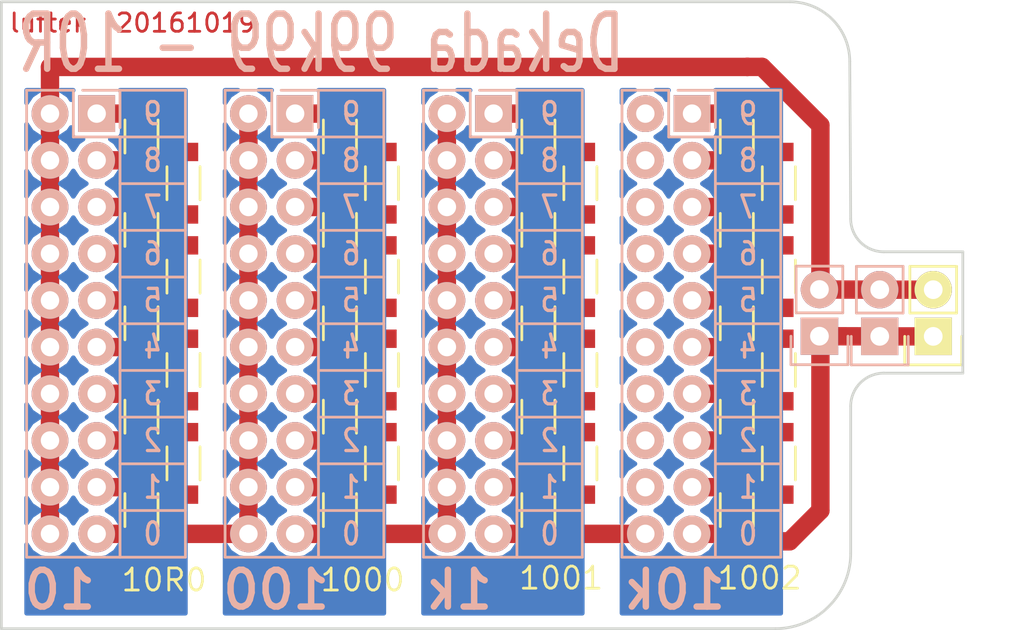
<source format=kicad_pcb>
(kicad_pcb (version 20160815) (host pcbnew "(2016-10-07 revision f14dc8f)-makepkg")

  (general
    (links 117)
    (no_connects 24)
    (area 81.640343 27.44407 134.090345 61.694077)
    (thickness 1.6)
    (drawings 110)
    (tracks 181)
    (zones 0)
    (modules 43)
    (nets 42)
  )

  (page A4)
  (layers
    (0 F.Cu signal)
    (31 B.Cu signal)
    (32 B.Adhes user)
    (33 F.Adhes user)
    (34 B.Paste user)
    (35 F.Paste user)
    (36 B.SilkS user)
    (37 F.SilkS user)
    (38 B.Mask user)
    (39 F.Mask user)
    (40 Dwgs.User user)
    (41 Cmts.User user)
    (42 Eco1.User user)
    (43 Eco2.User user)
    (44 Edge.Cuts user)
    (45 Margin user)
    (46 B.CrtYd user)
    (47 F.CrtYd user)
    (48 B.Fab user)
    (49 F.Fab user)
  )

  (setup
    (last_trace_width 1)
    (trace_clearance 0.254)
    (zone_clearance 0.254)
    (zone_45_only no)
    (trace_min 0.254)
    (segment_width 0.15)
    (edge_width 0.15)
    (via_size 0.889)
    (via_drill 0.635)
    (via_min_size 0.889)
    (via_min_drill 0.508)
    (uvia_size 0.508)
    (uvia_drill 0.127)
    (uvias_allowed no)
    (uvia_min_size 0.508)
    (uvia_min_drill 0.127)
    (pcb_text_width 0.3)
    (pcb_text_size 1 1)
    (mod_edge_width 0.15)
    (mod_text_size 1 1)
    (mod_text_width 0.15)
    (pad_size 1 1.6)
    (pad_drill 0)
    (pad_to_mask_clearance 0)
    (aux_axis_origin 81.715344 27.519073)
    (grid_origin 81.715344 27.519073)
    (visible_elements 7FFFFFFF)
    (pcbplotparams
      (layerselection 0x010f0_ffffffff)
      (usegerberextensions true)
      (excludeedgelayer true)
      (linewidth 0.150000)
      (plotframeref false)
      (viasonmask false)
      (mode 1)
      (useauxorigin false)
      (hpglpennumber 1)
      (hpglpenspeed 20)
      (hpglpendiameter 15)
      (psnegative false)
      (psa4output false)
      (plotreference true)
      (plotvalue true)
      (plotinvisibletext false)
      (padsonsilk false)
      (subtractmaskfromsilk false)
      (outputformat 1)
      (mirror false)
      (drillshape 0)
      (scaleselection 1)
      (outputdirectory gerb_Dekada_20160322/))
  )

  (net 0 "")
  (net 1 "Net-(P1-Pad1)")
  (net 2 "Net-(P1-Pad10)")
  (net 3 "Net-(P2-Pad1)")
  (net 4 "Net-(P3-Pad1)")
  (net 5 "Net-(P4-Pad1)")
  (net 6 "Net-(P1-Pad3)")
  (net 7 "Net-(P1-Pad5)")
  (net 8 "Net-(P1-Pad7)")
  (net 9 "Net-(P1-Pad9)")
  (net 10 "Net-(P1-Pad11)")
  (net 11 "Net-(P1-Pad13)")
  (net 12 "Net-(P1-Pad15)")
  (net 13 "Net-(P1-Pad17)")
  (net 14 "Net-(P1-Pad19)")
  (net 15 "Net-(P2-Pad3)")
  (net 16 "Net-(P2-Pad5)")
  (net 17 "Net-(P2-Pad7)")
  (net 18 "Net-(P2-Pad9)")
  (net 19 "Net-(P2-Pad11)")
  (net 20 "Net-(P2-Pad13)")
  (net 21 "Net-(P2-Pad15)")
  (net 22 "Net-(P2-Pad17)")
  (net 23 "Net-(P2-Pad19)")
  (net 24 "Net-(P3-Pad3)")
  (net 25 "Net-(P3-Pad5)")
  (net 26 "Net-(P3-Pad7)")
  (net 27 "Net-(P3-Pad9)")
  (net 28 "Net-(P3-Pad11)")
  (net 29 "Net-(P3-Pad13)")
  (net 30 "Net-(P3-Pad15)")
  (net 31 "Net-(P3-Pad17)")
  (net 32 "Net-(P3-Pad19)")
  (net 33 "Net-(P4-Pad3)")
  (net 34 "Net-(P4-Pad5)")
  (net 35 "Net-(P4-Pad7)")
  (net 36 "Net-(P4-Pad9)")
  (net 37 "Net-(P4-Pad11)")
  (net 38 "Net-(P4-Pad13)")
  (net 39 "Net-(P4-Pad15)")
  (net 40 "Net-(P4-Pad17)")
  (net 41 "Net-(P4-Pad19)")

  (net_class Default "This is the default net class."
    (clearance 0.254)
    (trace_width 1)
    (via_dia 0.889)
    (via_drill 0.635)
    (uvia_dia 0.508)
    (uvia_drill 0.127)
    (diff_pair_gap 0.25)
    (diff_pair_width 0.2)
    (add_net "Net-(P1-Pad1)")
    (add_net "Net-(P1-Pad10)")
    (add_net "Net-(P1-Pad11)")
    (add_net "Net-(P1-Pad13)")
    (add_net "Net-(P1-Pad15)")
    (add_net "Net-(P1-Pad17)")
    (add_net "Net-(P1-Pad19)")
    (add_net "Net-(P1-Pad3)")
    (add_net "Net-(P1-Pad5)")
    (add_net "Net-(P1-Pad7)")
    (add_net "Net-(P1-Pad9)")
    (add_net "Net-(P2-Pad1)")
    (add_net "Net-(P2-Pad11)")
    (add_net "Net-(P2-Pad13)")
    (add_net "Net-(P2-Pad15)")
    (add_net "Net-(P2-Pad17)")
    (add_net "Net-(P2-Pad19)")
    (add_net "Net-(P2-Pad3)")
    (add_net "Net-(P2-Pad5)")
    (add_net "Net-(P2-Pad7)")
    (add_net "Net-(P2-Pad9)")
    (add_net "Net-(P3-Pad1)")
    (add_net "Net-(P3-Pad11)")
    (add_net "Net-(P3-Pad13)")
    (add_net "Net-(P3-Pad15)")
    (add_net "Net-(P3-Pad17)")
    (add_net "Net-(P3-Pad19)")
    (add_net "Net-(P3-Pad3)")
    (add_net "Net-(P3-Pad5)")
    (add_net "Net-(P3-Pad7)")
    (add_net "Net-(P3-Pad9)")
    (add_net "Net-(P4-Pad1)")
    (add_net "Net-(P4-Pad11)")
    (add_net "Net-(P4-Pad13)")
    (add_net "Net-(P4-Pad15)")
    (add_net "Net-(P4-Pad17)")
    (add_net "Net-(P4-Pad19)")
    (add_net "Net-(P4-Pad3)")
    (add_net "Net-(P4-Pad5)")
    (add_net "Net-(P4-Pad7)")
    (add_net "Net-(P4-Pad9)")
  )

  (module R_1206_Custom (layer F.Cu) (tedit 5807C212) (tstamp 56EDB147)
    (at 89.336288 55.167748 90)
    (descr "Resistor SMD 1206, reflow soldering, Vishay (see dcrcw.pdf)")
    (tags "resistor 1206")
    (path /5402E4B9)
    (attr smd)
    (fp_text reference R9 (at 0 0 90) (layer F.SilkS) hide
      (effects (font (size 0.7 0.7) (thickness 0.03175)))
    )
    (fp_text value R (at 0 2.1 90) (layer F.Fab)
      (effects (font (size 1 1) (thickness 0.15)))
    )
    (fp_line (start -0.9 0.9) (end 0.9 0.9) (layer F.SilkS) (width 0.15))
    (fp_line (start -0.9 -0.9) (end 0.9 -0.9) (layer F.SilkS) (width 0.15))
    (fp_line (start 2.5 -1.1) (end 2.5 1.1) (layer F.CrtYd) (width 0.05))
    (fp_line (start -2.5 -1.1) (end -2.5 1.1) (layer F.CrtYd) (width 0.05))
    (fp_line (start -2.5 1.1) (end 2.5 1.1) (layer F.CrtYd) (width 0.05))
    (fp_line (start -2.5 -1.1) (end 2.5 -1.1) (layer F.CrtYd) (width 0.05))
    (pad 2 smd rect (at 1.7 0 90) (size 1 1.6) (layers F.Cu F.Paste F.Mask)
      (net 13 "Net-(P1-Pad17)"))
    (pad 1 smd rect (at -1.7 0 90) (size 1 1.6) (layers F.Cu F.Paste F.Mask)
      (net 14 "Net-(P1-Pad19)"))
    (model Resistors_SMD.3dshapes/R_1206.wrl
      (at (xyz 0 0 0))
      (scale (xyz 1 1 1))
      (rotate (xyz 0 0 0))
    )
  )

  (module Pin_Header_Straight_2x10_Custom (layer B.Cu) (tedit 5807C212) (tstamp 57F46AEF)
    (at 119.284288 33.601748 180)
    (descr "Through hole pin header")
    (tags "pin header")
    (path /5402F7C4)
    (fp_text reference P4 (at -0.95 2.45 180) (layer B.SilkS) hide
      (effects (font (size 1 1) (thickness 0.15)) (justify mirror))
    )
    (fp_text value CONN_02X10 (at 0 3.1 180) (layer B.Fab)
      (effects (font (size 1 1) (thickness 0.15)) (justify mirror))
    )
    (fp_line (start -1.75 1.75) (end -1.75 -24.65) (layer B.CrtYd) (width 0.05))
    (fp_line (start 4.3 1.75) (end 4.3 -24.65) (layer B.CrtYd) (width 0.05))
    (fp_line (start -1.75 1.75) (end 4.3 1.75) (layer B.CrtYd) (width 0.05))
    (fp_line (start -1.75 -24.65) (end 4.3 -24.65) (layer B.CrtYd) (width 0.05))
    (fp_line (start 3.81 -24.13) (end 3.81 1.27) (layer B.SilkS) (width 0.15))
    (fp_line (start -1.27 -1.27) (end -1.27 -24.13) (layer B.SilkS) (width 0.15))
    (fp_line (start 3.81 -24.13) (end -1.27 -24.13) (layer B.SilkS) (width 0.15))
    (fp_line (start 3.81 1.27) (end 1.27 1.27) (layer B.SilkS) (width 0.15))
    (fp_line (start 1.27 1.27) (end 1.27 -1.27) (layer B.SilkS) (width 0.15))
    (fp_line (start 1.27 -1.27) (end -1.27 -1.27) (layer B.SilkS) (width 0.15))
    (fp_line (start 0.762 1.27) (end -1.27 1.27) (layer B.SilkS) (width 0.15))
    (fp_line (start -1.27 1.27) (end -1.27 -0.762) (layer B.SilkS) (width 0.15))
    (pad 1 thru_hole rect (at 0 0 180) (size 2 2) (drill 1) (layers *.Cu *.Mask B.SilkS)
      (net 5 "Net-(P4-Pad1)"))
    (pad 2 thru_hole oval (at 2.54 0 180) (size 2 2) (drill 1) (layers *.Cu *.Mask B.SilkS)
      (net 32 "Net-(P3-Pad19)"))
    (pad 3 thru_hole oval (at 0 -2.54 180) (size 2 2) (drill 1) (layers *.Cu *.Mask B.SilkS)
      (net 33 "Net-(P4-Pad3)"))
    (pad 4 thru_hole oval (at 2.54 -2.54 180) (size 2 2) (drill 1) (layers *.Cu *.Mask B.SilkS)
      (net 32 "Net-(P3-Pad19)"))
    (pad 5 thru_hole oval (at 0 -5.08 180) (size 2 2) (drill 1) (layers *.Cu *.Mask B.SilkS)
      (net 34 "Net-(P4-Pad5)"))
    (pad 6 thru_hole oval (at 2.54 -5.08 180) (size 2 2) (drill 1) (layers *.Cu *.Mask B.SilkS)
      (net 32 "Net-(P3-Pad19)"))
    (pad 7 thru_hole oval (at 0 -7.62 180) (size 2 2) (drill 1) (layers *.Cu *.Mask B.SilkS)
      (net 35 "Net-(P4-Pad7)"))
    (pad 8 thru_hole oval (at 2.54 -7.62 180) (size 2 2) (drill 1) (layers *.Cu *.Mask B.SilkS)
      (net 32 "Net-(P3-Pad19)"))
    (pad 9 thru_hole oval (at 0 -10.16 180) (size 2 2) (drill 1) (layers *.Cu *.Mask B.SilkS)
      (net 36 "Net-(P4-Pad9)"))
    (pad 10 thru_hole oval (at 2.54 -10.16 180) (size 2 2) (drill 1) (layers *.Cu *.Mask B.SilkS)
      (net 32 "Net-(P3-Pad19)"))
    (pad 11 thru_hole oval (at 0 -12.7 180) (size 2 2) (drill 1) (layers *.Cu *.Mask B.SilkS)
      (net 37 "Net-(P4-Pad11)"))
    (pad 12 thru_hole oval (at 2.54 -12.7 180) (size 2 2) (drill 1) (layers *.Cu *.Mask B.SilkS)
      (net 32 "Net-(P3-Pad19)"))
    (pad 13 thru_hole oval (at 0 -15.24 180) (size 2 2) (drill 1) (layers *.Cu *.Mask B.SilkS)
      (net 38 "Net-(P4-Pad13)"))
    (pad 14 thru_hole oval (at 2.54 -15.24 180) (size 2 2) (drill 1) (layers *.Cu *.Mask B.SilkS)
      (net 32 "Net-(P3-Pad19)"))
    (pad 15 thru_hole oval (at 0 -17.78 180) (size 2 2) (drill 1) (layers *.Cu *.Mask B.SilkS)
      (net 39 "Net-(P4-Pad15)"))
    (pad 16 thru_hole oval (at 2.54 -17.78 180) (size 2 2) (drill 1) (layers *.Cu *.Mask B.SilkS)
      (net 32 "Net-(P3-Pad19)"))
    (pad 17 thru_hole oval (at 0 -20.32 180) (size 2 2) (drill 1) (layers *.Cu *.Mask B.SilkS)
      (net 40 "Net-(P4-Pad17)"))
    (pad 18 thru_hole oval (at 2.54 -20.32 180) (size 2 2) (drill 1) (layers *.Cu *.Mask B.SilkS)
      (net 32 "Net-(P3-Pad19)"))
    (pad 19 thru_hole oval (at 0 -22.86 180) (size 2 2) (drill 1) (layers *.Cu *.Mask B.SilkS)
      (net 41 "Net-(P4-Pad19)"))
    (pad 20 thru_hole oval (at 2.54 -22.86 180) (size 2 2) (drill 1) (layers *.Cu *.Mask B.SilkS)
      (net 32 "Net-(P3-Pad19)"))
    (model Pin_Headers.3dshapes/Pin_Header_Straight_2x10.wrl
      (at (xyz 0.05 -0.45 0))
      (scale (xyz 1 1 1))
      (rotate (xyz 0 0 90))
    )
  )

  (module R_1206_Custom (layer F.Cu) (tedit 5807C212) (tstamp 57F46AE4)
    (at 124.007288 47.547748 90)
    (descr "Resistor SMD 1206, reflow soldering, Vishay (see dcrcw.pdf)")
    (tags "resistor 1206")
    (path /5402F7E8)
    (attr smd)
    (fp_text reference R36 (at 0 0 90) (layer F.SilkS) hide
      (effects (font (size 0.7 0.7) (thickness 0.03175)))
    )
    (fp_text value R (at 0 2.1 90) (layer F.Fab)
      (effects (font (size 1 1) (thickness 0.15)))
    )
    (fp_line (start -2.5 -1.1) (end 2.5 -1.1) (layer F.CrtYd) (width 0.05))
    (fp_line (start -2.5 1.1) (end 2.5 1.1) (layer F.CrtYd) (width 0.05))
    (fp_line (start -2.5 -1.1) (end -2.5 1.1) (layer F.CrtYd) (width 0.05))
    (fp_line (start 2.5 -1.1) (end 2.5 1.1) (layer F.CrtYd) (width 0.05))
    (fp_line (start -0.9 -0.9) (end 0.9 -0.9) (layer F.SilkS) (width 0.15))
    (fp_line (start -0.9 0.9) (end 0.9 0.9) (layer F.SilkS) (width 0.15))
    (pad 1 smd rect (at -1.7 0 90) (size 1 1.6) (layers F.Cu F.Paste F.Mask)
      (net 38 "Net-(P4-Pad13)"))
    (pad 2 smd rect (at 1.7 0 90) (size 1 1.6) (layers F.Cu F.Paste F.Mask)
      (net 37 "Net-(P4-Pad11)"))
    (model Resistors_SMD.3dshapes/R_1206.wrl
      (at (xyz 0 0 0))
      (scale (xyz 1 1 1))
      (rotate (xyz 0 0 0))
    )
  )

  (module R_1206_Custom (layer F.Cu) (tedit 5807C212) (tstamp 57F46AD9)
    (at 121.721288 50.087748 90)
    (descr "Resistor SMD 1206, reflow soldering, Vishay (see dcrcw.pdf)")
    (tags "resistor 1206")
    (path /5402F7EE)
    (attr smd)
    (fp_text reference R37 (at 0 0 90) (layer F.SilkS) hide
      (effects (font (size 0.7 0.7) (thickness 0.03175)))
    )
    (fp_text value R (at 0 2.1 90) (layer F.Fab)
      (effects (font (size 1 1) (thickness 0.15)))
    )
    (fp_line (start -0.9 0.9) (end 0.9 0.9) (layer F.SilkS) (width 0.15))
    (fp_line (start -0.9 -0.9) (end 0.9 -0.9) (layer F.SilkS) (width 0.15))
    (fp_line (start 2.5 -1.1) (end 2.5 1.1) (layer F.CrtYd) (width 0.05))
    (fp_line (start -2.5 -1.1) (end -2.5 1.1) (layer F.CrtYd) (width 0.05))
    (fp_line (start -2.5 1.1) (end 2.5 1.1) (layer F.CrtYd) (width 0.05))
    (fp_line (start -2.5 -1.1) (end 2.5 -1.1) (layer F.CrtYd) (width 0.05))
    (pad 2 smd rect (at 1.7 0 90) (size 1 1.6) (layers F.Cu F.Paste F.Mask)
      (net 38 "Net-(P4-Pad13)"))
    (pad 1 smd rect (at -1.7 0 90) (size 1 1.6) (layers F.Cu F.Paste F.Mask)
      (net 39 "Net-(P4-Pad15)"))
    (model Resistors_SMD.3dshapes/R_1206.wrl
      (at (xyz 0 0 0))
      (scale (xyz 1 1 1))
      (rotate (xyz 0 0 0))
    )
  )

  (module R_1206_Custom (layer F.Cu) (tedit 5807C212) (tstamp 57F46ACE)
    (at 124.007288 52.627748 90)
    (descr "Resistor SMD 1206, reflow soldering, Vishay (see dcrcw.pdf)")
    (tags "resistor 1206")
    (path /5402F7F4)
    (attr smd)
    (fp_text reference R38 (at 0 0 90) (layer F.SilkS) hide
      (effects (font (size 0.7 0.7) (thickness 0.03175)))
    )
    (fp_text value R (at 0 2.1 90) (layer F.Fab)
      (effects (font (size 1 1) (thickness 0.15)))
    )
    (fp_line (start -0.9 0.9) (end 0.9 0.9) (layer F.SilkS) (width 0.15))
    (fp_line (start -0.9 -0.9) (end 0.9 -0.9) (layer F.SilkS) (width 0.15))
    (fp_line (start 2.5 -1.1) (end 2.5 1.1) (layer F.CrtYd) (width 0.05))
    (fp_line (start -2.5 -1.1) (end -2.5 1.1) (layer F.CrtYd) (width 0.05))
    (fp_line (start -2.5 1.1) (end 2.5 1.1) (layer F.CrtYd) (width 0.05))
    (fp_line (start -2.5 -1.1) (end 2.5 -1.1) (layer F.CrtYd) (width 0.05))
    (pad 2 smd rect (at 1.7 0 90) (size 1 1.6) (layers F.Cu F.Paste F.Mask)
      (net 39 "Net-(P4-Pad15)"))
    (pad 1 smd rect (at -1.7 0 90) (size 1 1.6) (layers F.Cu F.Paste F.Mask)
      (net 40 "Net-(P4-Pad17)"))
    (model Resistors_SMD.3dshapes/R_1206.wrl
      (at (xyz 0 0 0))
      (scale (xyz 1 1 1))
      (rotate (xyz 0 0 0))
    )
  )

  (module R_1206_Custom (layer F.Cu) (tedit 5807C212) (tstamp 57F46AC3)
    (at 121.721288 55.167748 90)
    (descr "Resistor SMD 1206, reflow soldering, Vishay (see dcrcw.pdf)")
    (tags "resistor 1206")
    (path /5402F7FA)
    (attr smd)
    (fp_text reference R39 (at 0 0 90) (layer F.SilkS) hide
      (effects (font (size 0.7 0.7) (thickness 0.03175)))
    )
    (fp_text value R (at 0 2.1 90) (layer F.Fab)
      (effects (font (size 1 1) (thickness 0.15)))
    )
    (fp_line (start -2.5 -1.1) (end 2.5 -1.1) (layer F.CrtYd) (width 0.05))
    (fp_line (start -2.5 1.1) (end 2.5 1.1) (layer F.CrtYd) (width 0.05))
    (fp_line (start -2.5 -1.1) (end -2.5 1.1) (layer F.CrtYd) (width 0.05))
    (fp_line (start 2.5 -1.1) (end 2.5 1.1) (layer F.CrtYd) (width 0.05))
    (fp_line (start -0.9 -0.9) (end 0.9 -0.9) (layer F.SilkS) (width 0.15))
    (fp_line (start -0.9 0.9) (end 0.9 0.9) (layer F.SilkS) (width 0.15))
    (pad 1 smd rect (at -1.7 0 90) (size 1 1.6) (layers F.Cu F.Paste F.Mask)
      (net 41 "Net-(P4-Pad19)"))
    (pad 2 smd rect (at 1.7 0 90) (size 1 1.6) (layers F.Cu F.Paste F.Mask)
      (net 40 "Net-(P4-Pad17)"))
    (model Resistors_SMD.3dshapes/R_1206.wrl
      (at (xyz 0 0 0))
      (scale (xyz 1 1 1))
      (rotate (xyz 0 0 0))
    )
  )

  (module R_1206_Custom (layer F.Cu) (tedit 5807C212) (tstamp 57F46AB8)
    (at 124.007288 37.387748 90)
    (descr "Resistor SMD 1206, reflow soldering, Vishay (see dcrcw.pdf)")
    (tags "resistor 1206")
    (path /5402F7D0)
    (attr smd)
    (fp_text reference R32 (at 0 0 90) (layer F.SilkS) hide
      (effects (font (size 0.7 0.7) (thickness 0.03175)))
    )
    (fp_text value R (at 0 2.1 90) (layer F.Fab)
      (effects (font (size 1 1) (thickness 0.15)))
    )
    (fp_line (start -2.5 -1.1) (end 2.5 -1.1) (layer F.CrtYd) (width 0.05))
    (fp_line (start -2.5 1.1) (end 2.5 1.1) (layer F.CrtYd) (width 0.05))
    (fp_line (start -2.5 -1.1) (end -2.5 1.1) (layer F.CrtYd) (width 0.05))
    (fp_line (start 2.5 -1.1) (end 2.5 1.1) (layer F.CrtYd) (width 0.05))
    (fp_line (start -0.9 -0.9) (end 0.9 -0.9) (layer F.SilkS) (width 0.15))
    (fp_line (start -0.9 0.9) (end 0.9 0.9) (layer F.SilkS) (width 0.15))
    (pad 1 smd rect (at -1.7 0 90) (size 1 1.6) (layers F.Cu F.Paste F.Mask)
      (net 34 "Net-(P4-Pad5)"))
    (pad 2 smd rect (at 1.7 0 90) (size 1 1.6) (layers F.Cu F.Paste F.Mask)
      (net 33 "Net-(P4-Pad3)"))
    (model Resistors_SMD.3dshapes/R_1206.wrl
      (at (xyz 0 0 0))
      (scale (xyz 1 1 1))
      (rotate (xyz 0 0 0))
    )
  )

  (module R_1206_Custom (layer F.Cu) (tedit 5807C212) (tstamp 57F46AAD)
    (at 121.721288 39.927748 90)
    (descr "Resistor SMD 1206, reflow soldering, Vishay (see dcrcw.pdf)")
    (tags "resistor 1206")
    (path /5402F7D6)
    (attr smd)
    (fp_text reference R33 (at 0 0 90) (layer F.SilkS) hide
      (effects (font (size 0.7 0.7) (thickness 0.03175)))
    )
    (fp_text value R (at 0 2.1 90) (layer F.Fab)
      (effects (font (size 1 1) (thickness 0.15)))
    )
    (fp_line (start -0.9 0.9) (end 0.9 0.9) (layer F.SilkS) (width 0.15))
    (fp_line (start -0.9 -0.9) (end 0.9 -0.9) (layer F.SilkS) (width 0.15))
    (fp_line (start 2.5 -1.1) (end 2.5 1.1) (layer F.CrtYd) (width 0.05))
    (fp_line (start -2.5 -1.1) (end -2.5 1.1) (layer F.CrtYd) (width 0.05))
    (fp_line (start -2.5 1.1) (end 2.5 1.1) (layer F.CrtYd) (width 0.05))
    (fp_line (start -2.5 -1.1) (end 2.5 -1.1) (layer F.CrtYd) (width 0.05))
    (pad 2 smd rect (at 1.7 0 90) (size 1 1.6) (layers F.Cu F.Paste F.Mask)
      (net 34 "Net-(P4-Pad5)"))
    (pad 1 smd rect (at -1.7 0 90) (size 1 1.6) (layers F.Cu F.Paste F.Mask)
      (net 35 "Net-(P4-Pad7)"))
    (model Resistors_SMD.3dshapes/R_1206.wrl
      (at (xyz 0 0 0))
      (scale (xyz 1 1 1))
      (rotate (xyz 0 0 0))
    )
  )

  (module R_1206_Custom (layer F.Cu) (tedit 5807C212) (tstamp 57F46AA2)
    (at 124.007288 42.467748 90)
    (descr "Resistor SMD 1206, reflow soldering, Vishay (see dcrcw.pdf)")
    (tags "resistor 1206")
    (path /5402F7DC)
    (attr smd)
    (fp_text reference R34 (at 0 0 90) (layer F.SilkS) hide
      (effects (font (size 0.7 0.7) (thickness 0.03175)))
    )
    (fp_text value R (at 0 2.1 90) (layer F.Fab)
      (effects (font (size 1 1) (thickness 0.15)))
    )
    (fp_line (start -0.9 0.9) (end 0.9 0.9) (layer F.SilkS) (width 0.15))
    (fp_line (start -0.9 -0.9) (end 0.9 -0.9) (layer F.SilkS) (width 0.15))
    (fp_line (start 2.5 -1.1) (end 2.5 1.1) (layer F.CrtYd) (width 0.05))
    (fp_line (start -2.5 -1.1) (end -2.5 1.1) (layer F.CrtYd) (width 0.05))
    (fp_line (start -2.5 1.1) (end 2.5 1.1) (layer F.CrtYd) (width 0.05))
    (fp_line (start -2.5 -1.1) (end 2.5 -1.1) (layer F.CrtYd) (width 0.05))
    (pad 2 smd rect (at 1.7 0 90) (size 1 1.6) (layers F.Cu F.Paste F.Mask)
      (net 35 "Net-(P4-Pad7)"))
    (pad 1 smd rect (at -1.7 0 90) (size 1 1.6) (layers F.Cu F.Paste F.Mask)
      (net 36 "Net-(P4-Pad9)"))
    (model Resistors_SMD.3dshapes/R_1206.wrl
      (at (xyz 0 0 0))
      (scale (xyz 1 1 1))
      (rotate (xyz 0 0 0))
    )
  )

  (module R_1206_Custom (layer F.Cu) (tedit 5807C212) (tstamp 57F46A97)
    (at 121.721288 45.007748 90)
    (descr "Resistor SMD 1206, reflow soldering, Vishay (see dcrcw.pdf)")
    (tags "resistor 1206")
    (path /5402F7E2)
    (attr smd)
    (fp_text reference R35 (at 0 0 90) (layer F.SilkS) hide
      (effects (font (size 0.7 0.7) (thickness 0.03175)))
    )
    (fp_text value R (at 0 2.1 90) (layer F.Fab)
      (effects (font (size 1 1) (thickness 0.15)))
    )
    (fp_line (start -2.5 -1.1) (end 2.5 -1.1) (layer F.CrtYd) (width 0.05))
    (fp_line (start -2.5 1.1) (end 2.5 1.1) (layer F.CrtYd) (width 0.05))
    (fp_line (start -2.5 -1.1) (end -2.5 1.1) (layer F.CrtYd) (width 0.05))
    (fp_line (start 2.5 -1.1) (end 2.5 1.1) (layer F.CrtYd) (width 0.05))
    (fp_line (start -0.9 -0.9) (end 0.9 -0.9) (layer F.SilkS) (width 0.15))
    (fp_line (start -0.9 0.9) (end 0.9 0.9) (layer F.SilkS) (width 0.15))
    (pad 1 smd rect (at -1.7 0 90) (size 1 1.6) (layers F.Cu F.Paste F.Mask)
      (net 37 "Net-(P4-Pad11)"))
    (pad 2 smd rect (at 1.7 0 90) (size 1 1.6) (layers F.Cu F.Paste F.Mask)
      (net 36 "Net-(P4-Pad9)"))
    (model Resistors_SMD.3dshapes/R_1206.wrl
      (at (xyz 0 0 0))
      (scale (xyz 1 1 1))
      (rotate (xyz 0 0 0))
    )
  )

  (module R_1206_Custom (layer F.Cu) (tedit 5807C212) (tstamp 57F46A8C)
    (at 121.721288 34.847748 90)
    (descr "Resistor SMD 1206, reflow soldering, Vishay (see dcrcw.pdf)")
    (tags "resistor 1206")
    (path /5402F7CA)
    (attr smd)
    (fp_text reference R31 (at 0 0 90) (layer F.SilkS) hide
      (effects (font (size 0.7 0.7) (thickness 0.03175)))
    )
    (fp_text value R (at 0 2.1 90) (layer F.Fab)
      (effects (font (size 1 1) (thickness 0.15)))
    )
    (fp_line (start -2.5 -1.1) (end 2.5 -1.1) (layer F.CrtYd) (width 0.05))
    (fp_line (start -2.5 1.1) (end 2.5 1.1) (layer F.CrtYd) (width 0.05))
    (fp_line (start -2.5 -1.1) (end -2.5 1.1) (layer F.CrtYd) (width 0.05))
    (fp_line (start 2.5 -1.1) (end 2.5 1.1) (layer F.CrtYd) (width 0.05))
    (fp_line (start -0.9 -0.9) (end 0.9 -0.9) (layer F.SilkS) (width 0.15))
    (fp_line (start -0.9 0.9) (end 0.9 0.9) (layer F.SilkS) (width 0.15))
    (pad 1 smd rect (at -1.7 0 90) (size 1 1.6) (layers F.Cu F.Paste F.Mask)
      (net 33 "Net-(P4-Pad3)"))
    (pad 2 smd rect (at 1.7 0 90) (size 1 1.6) (layers F.Cu F.Paste F.Mask)
      (net 5 "Net-(P4-Pad1)"))
    (model Resistors_SMD.3dshapes/R_1206.wrl
      (at (xyz 0 0 0))
      (scale (xyz 1 1 1))
      (rotate (xyz 0 0 0))
    )
  )

  (module Pin_Header_Straight_2x10_Custom (layer B.Cu) (tedit 5807C212) (tstamp 57F46A51)
    (at 108.489288 33.601748 180)
    (descr "Through hole pin header")
    (tags "pin header")
    (path /5402F5CF)
    (fp_text reference P3 (at -0.95 2.45 180) (layer B.SilkS) hide
      (effects (font (size 1 1) (thickness 0.15)) (justify mirror))
    )
    (fp_text value CONN_02X10 (at 0 3.1 180) (layer B.Fab)
      (effects (font (size 1 1) (thickness 0.15)) (justify mirror))
    )
    (fp_line (start -1.27 1.27) (end -1.27 -0.762) (layer B.SilkS) (width 0.15))
    (fp_line (start 0.762 1.27) (end -1.27 1.27) (layer B.SilkS) (width 0.15))
    (fp_line (start 1.27 -1.27) (end -1.27 -1.27) (layer B.SilkS) (width 0.15))
    (fp_line (start 1.27 1.27) (end 1.27 -1.27) (layer B.SilkS) (width 0.15))
    (fp_line (start 3.81 1.27) (end 1.27 1.27) (layer B.SilkS) (width 0.15))
    (fp_line (start 3.81 -24.13) (end -1.27 -24.13) (layer B.SilkS) (width 0.15))
    (fp_line (start -1.27 -1.27) (end -1.27 -24.13) (layer B.SilkS) (width 0.15))
    (fp_line (start 3.81 -24.13) (end 3.81 1.27) (layer B.SilkS) (width 0.15))
    (fp_line (start -1.75 -24.65) (end 4.3 -24.65) (layer B.CrtYd) (width 0.05))
    (fp_line (start -1.75 1.75) (end 4.3 1.75) (layer B.CrtYd) (width 0.05))
    (fp_line (start 4.3 1.75) (end 4.3 -24.65) (layer B.CrtYd) (width 0.05))
    (fp_line (start -1.75 1.75) (end -1.75 -24.65) (layer B.CrtYd) (width 0.05))
    (pad 20 thru_hole oval (at 2.54 -22.86 180) (size 2 2) (drill 1) (layers *.Cu *.Mask B.SilkS)
      (net 23 "Net-(P2-Pad19)"))
    (pad 19 thru_hole oval (at 0 -22.86 180) (size 2 2) (drill 1) (layers *.Cu *.Mask B.SilkS)
      (net 32 "Net-(P3-Pad19)"))
    (pad 18 thru_hole oval (at 2.54 -20.32 180) (size 2 2) (drill 1) (layers *.Cu *.Mask B.SilkS)
      (net 23 "Net-(P2-Pad19)"))
    (pad 17 thru_hole oval (at 0 -20.32 180) (size 2 2) (drill 1) (layers *.Cu *.Mask B.SilkS)
      (net 31 "Net-(P3-Pad17)"))
    (pad 16 thru_hole oval (at 2.54 -17.78 180) (size 2 2) (drill 1) (layers *.Cu *.Mask B.SilkS)
      (net 23 "Net-(P2-Pad19)"))
    (pad 15 thru_hole oval (at 0 -17.78 180) (size 2 2) (drill 1) (layers *.Cu *.Mask B.SilkS)
      (net 30 "Net-(P3-Pad15)"))
    (pad 14 thru_hole oval (at 2.54 -15.24 180) (size 2 2) (drill 1) (layers *.Cu *.Mask B.SilkS)
      (net 23 "Net-(P2-Pad19)"))
    (pad 13 thru_hole oval (at 0 -15.24 180) (size 2 2) (drill 1) (layers *.Cu *.Mask B.SilkS)
      (net 29 "Net-(P3-Pad13)"))
    (pad 12 thru_hole oval (at 2.54 -12.7 180) (size 2 2) (drill 1) (layers *.Cu *.Mask B.SilkS)
      (net 23 "Net-(P2-Pad19)"))
    (pad 11 thru_hole oval (at 0 -12.7 180) (size 2 2) (drill 1) (layers *.Cu *.Mask B.SilkS)
      (net 28 "Net-(P3-Pad11)"))
    (pad 10 thru_hole oval (at 2.54 -10.16 180) (size 2 2) (drill 1) (layers *.Cu *.Mask B.SilkS)
      (net 23 "Net-(P2-Pad19)"))
    (pad 9 thru_hole oval (at 0 -10.16 180) (size 2 2) (drill 1) (layers *.Cu *.Mask B.SilkS)
      (net 27 "Net-(P3-Pad9)"))
    (pad 8 thru_hole oval (at 2.54 -7.62 180) (size 2 2) (drill 1) (layers *.Cu *.Mask B.SilkS)
      (net 23 "Net-(P2-Pad19)"))
    (pad 7 thru_hole oval (at 0 -7.62 180) (size 2 2) (drill 1) (layers *.Cu *.Mask B.SilkS)
      (net 26 "Net-(P3-Pad7)"))
    (pad 6 thru_hole oval (at 2.54 -5.08 180) (size 2 2) (drill 1) (layers *.Cu *.Mask B.SilkS)
      (net 23 "Net-(P2-Pad19)"))
    (pad 5 thru_hole oval (at 0 -5.08 180) (size 2 2) (drill 1) (layers *.Cu *.Mask B.SilkS)
      (net 25 "Net-(P3-Pad5)"))
    (pad 4 thru_hole oval (at 2.54 -2.54 180) (size 2 2) (drill 1) (layers *.Cu *.Mask B.SilkS)
      (net 23 "Net-(P2-Pad19)"))
    (pad 3 thru_hole oval (at 0 -2.54 180) (size 2 2) (drill 1) (layers *.Cu *.Mask B.SilkS)
      (net 24 "Net-(P3-Pad3)"))
    (pad 2 thru_hole oval (at 2.54 0 180) (size 2 2) (drill 1) (layers *.Cu *.Mask B.SilkS)
      (net 23 "Net-(P2-Pad19)"))
    (pad 1 thru_hole rect (at 0 0 180) (size 2 2) (drill 1) (layers *.Cu *.Mask B.SilkS)
      (net 4 "Net-(P3-Pad1)"))
    (model Pin_Headers.3dshapes/Pin_Header_Straight_2x10.wrl
      (at (xyz 0.05 -0.45 0))
      (scale (xyz 1 1 1))
      (rotate (xyz 0 0 90))
    )
  )

  (module R_1206_Custom (layer F.Cu) (tedit 5807C212) (tstamp 57F46A46)
    (at 113.212288 47.547748 90)
    (descr "Resistor SMD 1206, reflow soldering, Vishay (see dcrcw.pdf)")
    (tags "resistor 1206")
    (path /5402F5F3)
    (attr smd)
    (fp_text reference R26 (at 0 0 90) (layer F.SilkS) hide
      (effects (font (size 0.7 0.7) (thickness 0.03175)))
    )
    (fp_text value R (at 0 2.1 90) (layer F.Fab)
      (effects (font (size 1 1) (thickness 0.15)))
    )
    (fp_line (start -0.9 0.9) (end 0.9 0.9) (layer F.SilkS) (width 0.15))
    (fp_line (start -0.9 -0.9) (end 0.9 -0.9) (layer F.SilkS) (width 0.15))
    (fp_line (start 2.5 -1.1) (end 2.5 1.1) (layer F.CrtYd) (width 0.05))
    (fp_line (start -2.5 -1.1) (end -2.5 1.1) (layer F.CrtYd) (width 0.05))
    (fp_line (start -2.5 1.1) (end 2.5 1.1) (layer F.CrtYd) (width 0.05))
    (fp_line (start -2.5 -1.1) (end 2.5 -1.1) (layer F.CrtYd) (width 0.05))
    (pad 2 smd rect (at 1.7 0 90) (size 1 1.6) (layers F.Cu F.Paste F.Mask)
      (net 28 "Net-(P3-Pad11)"))
    (pad 1 smd rect (at -1.7 0 90) (size 1 1.6) (layers F.Cu F.Paste F.Mask)
      (net 29 "Net-(P3-Pad13)"))
    (model Resistors_SMD.3dshapes/R_1206.wrl
      (at (xyz 0 0 0))
      (scale (xyz 1 1 1))
      (rotate (xyz 0 0 0))
    )
  )

  (module R_1206_Custom (layer F.Cu) (tedit 5807C212) (tstamp 57F46A3B)
    (at 110.926288 50.087748 90)
    (descr "Resistor SMD 1206, reflow soldering, Vishay (see dcrcw.pdf)")
    (tags "resistor 1206")
    (path /5402F5F9)
    (attr smd)
    (fp_text reference R27 (at 0 0 90) (layer F.SilkS) hide
      (effects (font (size 0.7 0.7) (thickness 0.03175)))
    )
    (fp_text value R (at 0 2.1 90) (layer F.Fab)
      (effects (font (size 1 1) (thickness 0.15)))
    )
    (fp_line (start -2.5 -1.1) (end 2.5 -1.1) (layer F.CrtYd) (width 0.05))
    (fp_line (start -2.5 1.1) (end 2.5 1.1) (layer F.CrtYd) (width 0.05))
    (fp_line (start -2.5 -1.1) (end -2.5 1.1) (layer F.CrtYd) (width 0.05))
    (fp_line (start 2.5 -1.1) (end 2.5 1.1) (layer F.CrtYd) (width 0.05))
    (fp_line (start -0.9 -0.9) (end 0.9 -0.9) (layer F.SilkS) (width 0.15))
    (fp_line (start -0.9 0.9) (end 0.9 0.9) (layer F.SilkS) (width 0.15))
    (pad 1 smd rect (at -1.7 0 90) (size 1 1.6) (layers F.Cu F.Paste F.Mask)
      (net 30 "Net-(P3-Pad15)"))
    (pad 2 smd rect (at 1.7 0 90) (size 1 1.6) (layers F.Cu F.Paste F.Mask)
      (net 29 "Net-(P3-Pad13)"))
    (model Resistors_SMD.3dshapes/R_1206.wrl
      (at (xyz 0 0 0))
      (scale (xyz 1 1 1))
      (rotate (xyz 0 0 0))
    )
  )

  (module R_1206_Custom (layer F.Cu) (tedit 5807C212) (tstamp 57F46A30)
    (at 113.212288 52.627748 90)
    (descr "Resistor SMD 1206, reflow soldering, Vishay (see dcrcw.pdf)")
    (tags "resistor 1206")
    (path /5402F5FF)
    (attr smd)
    (fp_text reference R28 (at 0 0 90) (layer F.SilkS) hide
      (effects (font (size 0.7 0.7) (thickness 0.03175)))
    )
    (fp_text value R (at 0 2.1 90) (layer F.Fab)
      (effects (font (size 1 1) (thickness 0.15)))
    )
    (fp_line (start -2.5 -1.1) (end 2.5 -1.1) (layer F.CrtYd) (width 0.05))
    (fp_line (start -2.5 1.1) (end 2.5 1.1) (layer F.CrtYd) (width 0.05))
    (fp_line (start -2.5 -1.1) (end -2.5 1.1) (layer F.CrtYd) (width 0.05))
    (fp_line (start 2.5 -1.1) (end 2.5 1.1) (layer F.CrtYd) (width 0.05))
    (fp_line (start -0.9 -0.9) (end 0.9 -0.9) (layer F.SilkS) (width 0.15))
    (fp_line (start -0.9 0.9) (end 0.9 0.9) (layer F.SilkS) (width 0.15))
    (pad 1 smd rect (at -1.7 0 90) (size 1 1.6) (layers F.Cu F.Paste F.Mask)
      (net 31 "Net-(P3-Pad17)"))
    (pad 2 smd rect (at 1.7 0 90) (size 1 1.6) (layers F.Cu F.Paste F.Mask)
      (net 30 "Net-(P3-Pad15)"))
    (model Resistors_SMD.3dshapes/R_1206.wrl
      (at (xyz 0 0 0))
      (scale (xyz 1 1 1))
      (rotate (xyz 0 0 0))
    )
  )

  (module R_1206_Custom (layer F.Cu) (tedit 5807C212) (tstamp 57F46A25)
    (at 110.926288 55.167748 90)
    (descr "Resistor SMD 1206, reflow soldering, Vishay (see dcrcw.pdf)")
    (tags "resistor 1206")
    (path /5402F605)
    (attr smd)
    (fp_text reference R29 (at 0 0 90) (layer F.SilkS) hide
      (effects (font (size 0.7 0.7) (thickness 0.03175)))
    )
    (fp_text value R (at 0 2.1 90) (layer F.Fab)
      (effects (font (size 1 1) (thickness 0.15)))
    )
    (fp_line (start -0.9 0.9) (end 0.9 0.9) (layer F.SilkS) (width 0.15))
    (fp_line (start -0.9 -0.9) (end 0.9 -0.9) (layer F.SilkS) (width 0.15))
    (fp_line (start 2.5 -1.1) (end 2.5 1.1) (layer F.CrtYd) (width 0.05))
    (fp_line (start -2.5 -1.1) (end -2.5 1.1) (layer F.CrtYd) (width 0.05))
    (fp_line (start -2.5 1.1) (end 2.5 1.1) (layer F.CrtYd) (width 0.05))
    (fp_line (start -2.5 -1.1) (end 2.5 -1.1) (layer F.CrtYd) (width 0.05))
    (pad 2 smd rect (at 1.7 0 90) (size 1 1.6) (layers F.Cu F.Paste F.Mask)
      (net 31 "Net-(P3-Pad17)"))
    (pad 1 smd rect (at -1.7 0 90) (size 1 1.6) (layers F.Cu F.Paste F.Mask)
      (net 32 "Net-(P3-Pad19)"))
    (model Resistors_SMD.3dshapes/R_1206.wrl
      (at (xyz 0 0 0))
      (scale (xyz 1 1 1))
      (rotate (xyz 0 0 0))
    )
  )

  (module R_1206_Custom (layer F.Cu) (tedit 5807C212) (tstamp 57F46A1A)
    (at 113.212288 37.387748 90)
    (descr "Resistor SMD 1206, reflow soldering, Vishay (see dcrcw.pdf)")
    (tags "resistor 1206")
    (path /5402F5DB)
    (attr smd)
    (fp_text reference R22 (at 0 0 90) (layer F.SilkS) hide
      (effects (font (size 0.7 0.7) (thickness 0.03175)))
    )
    (fp_text value R (at 0 2.1 90) (layer F.Fab)
      (effects (font (size 1 1) (thickness 0.15)))
    )
    (fp_line (start -0.9 0.9) (end 0.9 0.9) (layer F.SilkS) (width 0.15))
    (fp_line (start -0.9 -0.9) (end 0.9 -0.9) (layer F.SilkS) (width 0.15))
    (fp_line (start 2.5 -1.1) (end 2.5 1.1) (layer F.CrtYd) (width 0.05))
    (fp_line (start -2.5 -1.1) (end -2.5 1.1) (layer F.CrtYd) (width 0.05))
    (fp_line (start -2.5 1.1) (end 2.5 1.1) (layer F.CrtYd) (width 0.05))
    (fp_line (start -2.5 -1.1) (end 2.5 -1.1) (layer F.CrtYd) (width 0.05))
    (pad 2 smd rect (at 1.7 0 90) (size 1 1.6) (layers F.Cu F.Paste F.Mask)
      (net 24 "Net-(P3-Pad3)"))
    (pad 1 smd rect (at -1.7 0 90) (size 1 1.6) (layers F.Cu F.Paste F.Mask)
      (net 25 "Net-(P3-Pad5)"))
    (model Resistors_SMD.3dshapes/R_1206.wrl
      (at (xyz 0 0 0))
      (scale (xyz 1 1 1))
      (rotate (xyz 0 0 0))
    )
  )

  (module R_1206_Custom (layer F.Cu) (tedit 5807C212) (tstamp 57F46A0F)
    (at 110.926288 39.927748 90)
    (descr "Resistor SMD 1206, reflow soldering, Vishay (see dcrcw.pdf)")
    (tags "resistor 1206")
    (path /5402F5E1)
    (attr smd)
    (fp_text reference R23 (at 0 0 90) (layer F.SilkS) hide
      (effects (font (size 0.7 0.7) (thickness 0.03175)))
    )
    (fp_text value R (at 0 2.1 90) (layer F.Fab)
      (effects (font (size 1 1) (thickness 0.15)))
    )
    (fp_line (start -2.5 -1.1) (end 2.5 -1.1) (layer F.CrtYd) (width 0.05))
    (fp_line (start -2.5 1.1) (end 2.5 1.1) (layer F.CrtYd) (width 0.05))
    (fp_line (start -2.5 -1.1) (end -2.5 1.1) (layer F.CrtYd) (width 0.05))
    (fp_line (start 2.5 -1.1) (end 2.5 1.1) (layer F.CrtYd) (width 0.05))
    (fp_line (start -0.9 -0.9) (end 0.9 -0.9) (layer F.SilkS) (width 0.15))
    (fp_line (start -0.9 0.9) (end 0.9 0.9) (layer F.SilkS) (width 0.15))
    (pad 1 smd rect (at -1.7 0 90) (size 1 1.6) (layers F.Cu F.Paste F.Mask)
      (net 26 "Net-(P3-Pad7)"))
    (pad 2 smd rect (at 1.7 0 90) (size 1 1.6) (layers F.Cu F.Paste F.Mask)
      (net 25 "Net-(P3-Pad5)"))
    (model Resistors_SMD.3dshapes/R_1206.wrl
      (at (xyz 0 0 0))
      (scale (xyz 1 1 1))
      (rotate (xyz 0 0 0))
    )
  )

  (module R_1206_Custom (layer F.Cu) (tedit 5807C212) (tstamp 57F46A04)
    (at 113.212288 42.467748 90)
    (descr "Resistor SMD 1206, reflow soldering, Vishay (see dcrcw.pdf)")
    (tags "resistor 1206")
    (path /5402F5E7)
    (attr smd)
    (fp_text reference R24 (at 0 0 90) (layer F.SilkS) hide
      (effects (font (size 0.7 0.7) (thickness 0.03175)))
    )
    (fp_text value R (at 0 2.1 90) (layer F.Fab)
      (effects (font (size 1 1) (thickness 0.15)))
    )
    (fp_line (start -2.5 -1.1) (end 2.5 -1.1) (layer F.CrtYd) (width 0.05))
    (fp_line (start -2.5 1.1) (end 2.5 1.1) (layer F.CrtYd) (width 0.05))
    (fp_line (start -2.5 -1.1) (end -2.5 1.1) (layer F.CrtYd) (width 0.05))
    (fp_line (start 2.5 -1.1) (end 2.5 1.1) (layer F.CrtYd) (width 0.05))
    (fp_line (start -0.9 -0.9) (end 0.9 -0.9) (layer F.SilkS) (width 0.15))
    (fp_line (start -0.9 0.9) (end 0.9 0.9) (layer F.SilkS) (width 0.15))
    (pad 1 smd rect (at -1.7 0 90) (size 1 1.6) (layers F.Cu F.Paste F.Mask)
      (net 27 "Net-(P3-Pad9)"))
    (pad 2 smd rect (at 1.7 0 90) (size 1 1.6) (layers F.Cu F.Paste F.Mask)
      (net 26 "Net-(P3-Pad7)"))
    (model Resistors_SMD.3dshapes/R_1206.wrl
      (at (xyz 0 0 0))
      (scale (xyz 1 1 1))
      (rotate (xyz 0 0 0))
    )
  )

  (module R_1206_Custom (layer F.Cu) (tedit 5807C212) (tstamp 57F469F9)
    (at 110.926288 45.007748 90)
    (descr "Resistor SMD 1206, reflow soldering, Vishay (see dcrcw.pdf)")
    (tags "resistor 1206")
    (path /5402F5ED)
    (attr smd)
    (fp_text reference R25 (at 0 0 90) (layer F.SilkS) hide
      (effects (font (size 0.7 0.7) (thickness 0.03175)))
    )
    (fp_text value R (at 0 2.1 90) (layer F.Fab)
      (effects (font (size 1 1) (thickness 0.15)))
    )
    (fp_line (start -0.9 0.9) (end 0.9 0.9) (layer F.SilkS) (width 0.15))
    (fp_line (start -0.9 -0.9) (end 0.9 -0.9) (layer F.SilkS) (width 0.15))
    (fp_line (start 2.5 -1.1) (end 2.5 1.1) (layer F.CrtYd) (width 0.05))
    (fp_line (start -2.5 -1.1) (end -2.5 1.1) (layer F.CrtYd) (width 0.05))
    (fp_line (start -2.5 1.1) (end 2.5 1.1) (layer F.CrtYd) (width 0.05))
    (fp_line (start -2.5 -1.1) (end 2.5 -1.1) (layer F.CrtYd) (width 0.05))
    (pad 2 smd rect (at 1.7 0 90) (size 1 1.6) (layers F.Cu F.Paste F.Mask)
      (net 27 "Net-(P3-Pad9)"))
    (pad 1 smd rect (at -1.7 0 90) (size 1 1.6) (layers F.Cu F.Paste F.Mask)
      (net 28 "Net-(P3-Pad11)"))
    (model Resistors_SMD.3dshapes/R_1206.wrl
      (at (xyz 0 0 0))
      (scale (xyz 1 1 1))
      (rotate (xyz 0 0 0))
    )
  )

  (module R_1206_Custom (layer F.Cu) (tedit 5807C212) (tstamp 57F469EE)
    (at 110.926288 34.847748 90)
    (descr "Resistor SMD 1206, reflow soldering, Vishay (see dcrcw.pdf)")
    (tags "resistor 1206")
    (path /5402F5D5)
    (attr smd)
    (fp_text reference R21 (at 0 0 90) (layer F.SilkS) hide
      (effects (font (size 0.7 0.7) (thickness 0.03175)))
    )
    (fp_text value R (at 0 2.1 90) (layer F.Fab)
      (effects (font (size 1 1) (thickness 0.15)))
    )
    (fp_line (start -0.9 0.9) (end 0.9 0.9) (layer F.SilkS) (width 0.15))
    (fp_line (start -0.9 -0.9) (end 0.9 -0.9) (layer F.SilkS) (width 0.15))
    (fp_line (start 2.5 -1.1) (end 2.5 1.1) (layer F.CrtYd) (width 0.05))
    (fp_line (start -2.5 -1.1) (end -2.5 1.1) (layer F.CrtYd) (width 0.05))
    (fp_line (start -2.5 1.1) (end 2.5 1.1) (layer F.CrtYd) (width 0.05))
    (fp_line (start -2.5 -1.1) (end 2.5 -1.1) (layer F.CrtYd) (width 0.05))
    (pad 2 smd rect (at 1.7 0 90) (size 1 1.6) (layers F.Cu F.Paste F.Mask)
      (net 4 "Net-(P3-Pad1)"))
    (pad 1 smd rect (at -1.7 0 90) (size 1 1.6) (layers F.Cu F.Paste F.Mask)
      (net 24 "Net-(P3-Pad3)"))
    (model Resistors_SMD.3dshapes/R_1206.wrl
      (at (xyz 0 0 0))
      (scale (xyz 1 1 1))
      (rotate (xyz 0 0 0))
    )
  )

  (module Pin_Header_Straight_2x10_Custom (layer B.Cu) (tedit 5807C212) (tstamp 57F469B3)
    (at 97.694288 33.601748 180)
    (descr "Through hole pin header")
    (tags "pin header")
    (path /5402EFFD)
    (fp_text reference P2 (at -0.95 2.45 180) (layer B.SilkS) hide
      (effects (font (size 1 1) (thickness 0.15)) (justify mirror))
    )
    (fp_text value CONN_02X10 (at 0 3.1 180) (layer B.Fab)
      (effects (font (size 1 1) (thickness 0.15)) (justify mirror))
    )
    (fp_line (start -1.75 1.75) (end -1.75 -24.65) (layer B.CrtYd) (width 0.05))
    (fp_line (start 4.3 1.75) (end 4.3 -24.65) (layer B.CrtYd) (width 0.05))
    (fp_line (start -1.75 1.75) (end 4.3 1.75) (layer B.CrtYd) (width 0.05))
    (fp_line (start -1.75 -24.65) (end 4.3 -24.65) (layer B.CrtYd) (width 0.05))
    (fp_line (start 3.81 -24.13) (end 3.81 1.27) (layer B.SilkS) (width 0.15))
    (fp_line (start -1.27 -1.27) (end -1.27 -24.13) (layer B.SilkS) (width 0.15))
    (fp_line (start 3.81 -24.13) (end -1.27 -24.13) (layer B.SilkS) (width 0.15))
    (fp_line (start 3.81 1.27) (end 1.27 1.27) (layer B.SilkS) (width 0.15))
    (fp_line (start 1.27 1.27) (end 1.27 -1.27) (layer B.SilkS) (width 0.15))
    (fp_line (start 1.27 -1.27) (end -1.27 -1.27) (layer B.SilkS) (width 0.15))
    (fp_line (start 0.762 1.27) (end -1.27 1.27) (layer B.SilkS) (width 0.15))
    (fp_line (start -1.27 1.27) (end -1.27 -0.762) (layer B.SilkS) (width 0.15))
    (pad 1 thru_hole rect (at 0 0 180) (size 2 2) (drill 1) (layers *.Cu *.Mask B.SilkS)
      (net 3 "Net-(P2-Pad1)"))
    (pad 2 thru_hole oval (at 2.54 0 180) (size 2 2) (drill 1) (layers *.Cu *.Mask B.SilkS)
      (net 14 "Net-(P1-Pad19)"))
    (pad 3 thru_hole oval (at 0 -2.54 180) (size 2 2) (drill 1) (layers *.Cu *.Mask B.SilkS)
      (net 15 "Net-(P2-Pad3)"))
    (pad 4 thru_hole oval (at 2.54 -2.54 180) (size 2 2) (drill 1) (layers *.Cu *.Mask B.SilkS)
      (net 14 "Net-(P1-Pad19)"))
    (pad 5 thru_hole oval (at 0 -5.08 180) (size 2 2) (drill 1) (layers *.Cu *.Mask B.SilkS)
      (net 16 "Net-(P2-Pad5)"))
    (pad 6 thru_hole oval (at 2.54 -5.08 180) (size 2 2) (drill 1) (layers *.Cu *.Mask B.SilkS)
      (net 14 "Net-(P1-Pad19)"))
    (pad 7 thru_hole oval (at 0 -7.62 180) (size 2 2) (drill 1) (layers *.Cu *.Mask B.SilkS)
      (net 17 "Net-(P2-Pad7)"))
    (pad 8 thru_hole oval (at 2.54 -7.62 180) (size 2 2) (drill 1) (layers *.Cu *.Mask B.SilkS)
      (net 14 "Net-(P1-Pad19)"))
    (pad 9 thru_hole oval (at 0 -10.16 180) (size 2 2) (drill 1) (layers *.Cu *.Mask B.SilkS)
      (net 18 "Net-(P2-Pad9)"))
    (pad 10 thru_hole oval (at 2.54 -10.16 180) (size 2 2) (drill 1) (layers *.Cu *.Mask B.SilkS)
      (net 14 "Net-(P1-Pad19)"))
    (pad 11 thru_hole oval (at 0 -12.7 180) (size 2 2) (drill 1) (layers *.Cu *.Mask B.SilkS)
      (net 19 "Net-(P2-Pad11)"))
    (pad 12 thru_hole oval (at 2.54 -12.7 180) (size 2 2) (drill 1) (layers *.Cu *.Mask B.SilkS)
      (net 14 "Net-(P1-Pad19)"))
    (pad 13 thru_hole oval (at 0 -15.24 180) (size 2 2) (drill 1) (layers *.Cu *.Mask B.SilkS)
      (net 20 "Net-(P2-Pad13)"))
    (pad 14 thru_hole oval (at 2.54 -15.24 180) (size 2 2) (drill 1) (layers *.Cu *.Mask B.SilkS)
      (net 14 "Net-(P1-Pad19)"))
    (pad 15 thru_hole oval (at 0 -17.78 180) (size 2 2) (drill 1) (layers *.Cu *.Mask B.SilkS)
      (net 21 "Net-(P2-Pad15)"))
    (pad 16 thru_hole oval (at 2.54 -17.78 180) (size 2 2) (drill 1) (layers *.Cu *.Mask B.SilkS)
      (net 14 "Net-(P1-Pad19)"))
    (pad 17 thru_hole oval (at 0 -20.32 180) (size 2 2) (drill 1) (layers *.Cu *.Mask B.SilkS)
      (net 22 "Net-(P2-Pad17)"))
    (pad 18 thru_hole oval (at 2.54 -20.32 180) (size 2 2) (drill 1) (layers *.Cu *.Mask B.SilkS)
      (net 14 "Net-(P1-Pad19)"))
    (pad 19 thru_hole oval (at 0 -22.86 180) (size 2 2) (drill 1) (layers *.Cu *.Mask B.SilkS)
      (net 23 "Net-(P2-Pad19)"))
    (pad 20 thru_hole oval (at 2.54 -22.86 180) (size 2 2) (drill 1) (layers *.Cu *.Mask B.SilkS)
      (net 14 "Net-(P1-Pad19)"))
    (model Pin_Headers.3dshapes/Pin_Header_Straight_2x10.wrl
      (at (xyz 0.05 -0.45 0))
      (scale (xyz 1 1 1))
      (rotate (xyz 0 0 90))
    )
  )

  (module R_1206_Custom (layer F.Cu) (tedit 5807C212) (tstamp 57F469A8)
    (at 102.417288 47.547748 90)
    (descr "Resistor SMD 1206, reflow soldering, Vishay (see dcrcw.pdf)")
    (tags "resistor 1206")
    (path /5402F021)
    (attr smd)
    (fp_text reference R16 (at 0 0 90) (layer F.SilkS) hide
      (effects (font (size 0.7 0.7) (thickness 0.03175)))
    )
    (fp_text value R (at 0 2.1 90) (layer F.Fab)
      (effects (font (size 1 1) (thickness 0.15)))
    )
    (fp_line (start -2.5 -1.1) (end 2.5 -1.1) (layer F.CrtYd) (width 0.05))
    (fp_line (start -2.5 1.1) (end 2.5 1.1) (layer F.CrtYd) (width 0.05))
    (fp_line (start -2.5 -1.1) (end -2.5 1.1) (layer F.CrtYd) (width 0.05))
    (fp_line (start 2.5 -1.1) (end 2.5 1.1) (layer F.CrtYd) (width 0.05))
    (fp_line (start -0.9 -0.9) (end 0.9 -0.9) (layer F.SilkS) (width 0.15))
    (fp_line (start -0.9 0.9) (end 0.9 0.9) (layer F.SilkS) (width 0.15))
    (pad 1 smd rect (at -1.7 0 90) (size 1 1.6) (layers F.Cu F.Paste F.Mask)
      (net 20 "Net-(P2-Pad13)"))
    (pad 2 smd rect (at 1.7 0 90) (size 1 1.6) (layers F.Cu F.Paste F.Mask)
      (net 19 "Net-(P2-Pad11)"))
    (model Resistors_SMD.3dshapes/R_1206.wrl
      (at (xyz 0 0 0))
      (scale (xyz 1 1 1))
      (rotate (xyz 0 0 0))
    )
  )

  (module R_1206_Custom (layer F.Cu) (tedit 5807C212) (tstamp 57F4699D)
    (at 100.131288 50.087748 90)
    (descr "Resistor SMD 1206, reflow soldering, Vishay (see dcrcw.pdf)")
    (tags "resistor 1206")
    (path /5402F027)
    (attr smd)
    (fp_text reference R17 (at 0 0 90) (layer F.SilkS) hide
      (effects (font (size 0.7 0.7) (thickness 0.03175)))
    )
    (fp_text value R (at 0 2.1 90) (layer F.Fab)
      (effects (font (size 1 1) (thickness 0.15)))
    )
    (fp_line (start -0.9 0.9) (end 0.9 0.9) (layer F.SilkS) (width 0.15))
    (fp_line (start -0.9 -0.9) (end 0.9 -0.9) (layer F.SilkS) (width 0.15))
    (fp_line (start 2.5 -1.1) (end 2.5 1.1) (layer F.CrtYd) (width 0.05))
    (fp_line (start -2.5 -1.1) (end -2.5 1.1) (layer F.CrtYd) (width 0.05))
    (fp_line (start -2.5 1.1) (end 2.5 1.1) (layer F.CrtYd) (width 0.05))
    (fp_line (start -2.5 -1.1) (end 2.5 -1.1) (layer F.CrtYd) (width 0.05))
    (pad 2 smd rect (at 1.7 0 90) (size 1 1.6) (layers F.Cu F.Paste F.Mask)
      (net 20 "Net-(P2-Pad13)"))
    (pad 1 smd rect (at -1.7 0 90) (size 1 1.6) (layers F.Cu F.Paste F.Mask)
      (net 21 "Net-(P2-Pad15)"))
    (model Resistors_SMD.3dshapes/R_1206.wrl
      (at (xyz 0 0 0))
      (scale (xyz 1 1 1))
      (rotate (xyz 0 0 0))
    )
  )

  (module R_1206_Custom (layer F.Cu) (tedit 5807C212) (tstamp 57F46992)
    (at 102.417288 52.627748 90)
    (descr "Resistor SMD 1206, reflow soldering, Vishay (see dcrcw.pdf)")
    (tags "resistor 1206")
    (path /5402F02D)
    (attr smd)
    (fp_text reference R18 (at 0 0 90) (layer F.SilkS) hide
      (effects (font (size 0.7 0.7) (thickness 0.03175)))
    )
    (fp_text value R (at 0 2.1 90) (layer F.Fab)
      (effects (font (size 1 1) (thickness 0.15)))
    )
    (fp_line (start -0.9 0.9) (end 0.9 0.9) (layer F.SilkS) (width 0.15))
    (fp_line (start -0.9 -0.9) (end 0.9 -0.9) (layer F.SilkS) (width 0.15))
    (fp_line (start 2.5 -1.1) (end 2.5 1.1) (layer F.CrtYd) (width 0.05))
    (fp_line (start -2.5 -1.1) (end -2.5 1.1) (layer F.CrtYd) (width 0.05))
    (fp_line (start -2.5 1.1) (end 2.5 1.1) (layer F.CrtYd) (width 0.05))
    (fp_line (start -2.5 -1.1) (end 2.5 -1.1) (layer F.CrtYd) (width 0.05))
    (pad 2 smd rect (at 1.7 0 90) (size 1 1.6) (layers F.Cu F.Paste F.Mask)
      (net 21 "Net-(P2-Pad15)"))
    (pad 1 smd rect (at -1.7 0 90) (size 1 1.6) (layers F.Cu F.Paste F.Mask)
      (net 22 "Net-(P2-Pad17)"))
    (model Resistors_SMD.3dshapes/R_1206.wrl
      (at (xyz 0 0 0))
      (scale (xyz 1 1 1))
      (rotate (xyz 0 0 0))
    )
  )

  (module R_1206_Custom (layer F.Cu) (tedit 5807C212) (tstamp 57F46987)
    (at 100.131288 55.167748 90)
    (descr "Resistor SMD 1206, reflow soldering, Vishay (see dcrcw.pdf)")
    (tags "resistor 1206")
    (path /5402F033)
    (attr smd)
    (fp_text reference R19 (at 0 0 90) (layer F.SilkS) hide
      (effects (font (size 0.7 0.7) (thickness 0.03175)))
    )
    (fp_text value R (at 0 2.1 90) (layer F.Fab)
      (effects (font (size 1 1) (thickness 0.15)))
    )
    (fp_line (start -2.5 -1.1) (end 2.5 -1.1) (layer F.CrtYd) (width 0.05))
    (fp_line (start -2.5 1.1) (end 2.5 1.1) (layer F.CrtYd) (width 0.05))
    (fp_line (start -2.5 -1.1) (end -2.5 1.1) (layer F.CrtYd) (width 0.05))
    (fp_line (start 2.5 -1.1) (end 2.5 1.1) (layer F.CrtYd) (width 0.05))
    (fp_line (start -0.9 -0.9) (end 0.9 -0.9) (layer F.SilkS) (width 0.15))
    (fp_line (start -0.9 0.9) (end 0.9 0.9) (layer F.SilkS) (width 0.15))
    (pad 1 smd rect (at -1.7 0 90) (size 1 1.6) (layers F.Cu F.Paste F.Mask)
      (net 23 "Net-(P2-Pad19)"))
    (pad 2 smd rect (at 1.7 0 90) (size 1 1.6) (layers F.Cu F.Paste F.Mask)
      (net 22 "Net-(P2-Pad17)"))
    (model Resistors_SMD.3dshapes/R_1206.wrl
      (at (xyz 0 0 0))
      (scale (xyz 1 1 1))
      (rotate (xyz 0 0 0))
    )
  )

  (module R_1206_Custom (layer F.Cu) (tedit 5807C212) (tstamp 57F4697C)
    (at 102.417288 37.387748 90)
    (descr "Resistor SMD 1206, reflow soldering, Vishay (see dcrcw.pdf)")
    (tags "resistor 1206")
    (path /5402F009)
    (attr smd)
    (fp_text reference R12 (at 0 0 90) (layer F.SilkS) hide
      (effects (font (size 0.7 0.7) (thickness 0.03175)))
    )
    (fp_text value R (at 0 2.1 90) (layer F.Fab)
      (effects (font (size 1 1) (thickness 0.15)))
    )
    (fp_line (start -2.5 -1.1) (end 2.5 -1.1) (layer F.CrtYd) (width 0.05))
    (fp_line (start -2.5 1.1) (end 2.5 1.1) (layer F.CrtYd) (width 0.05))
    (fp_line (start -2.5 -1.1) (end -2.5 1.1) (layer F.CrtYd) (width 0.05))
    (fp_line (start 2.5 -1.1) (end 2.5 1.1) (layer F.CrtYd) (width 0.05))
    (fp_line (start -0.9 -0.9) (end 0.9 -0.9) (layer F.SilkS) (width 0.15))
    (fp_line (start -0.9 0.9) (end 0.9 0.9) (layer F.SilkS) (width 0.15))
    (pad 1 smd rect (at -1.7 0 90) (size 1 1.6) (layers F.Cu F.Paste F.Mask)
      (net 16 "Net-(P2-Pad5)"))
    (pad 2 smd rect (at 1.7 0 90) (size 1 1.6) (layers F.Cu F.Paste F.Mask)
      (net 15 "Net-(P2-Pad3)"))
    (model Resistors_SMD.3dshapes/R_1206.wrl
      (at (xyz 0 0 0))
      (scale (xyz 1 1 1))
      (rotate (xyz 0 0 0))
    )
  )

  (module R_1206_Custom (layer F.Cu) (tedit 5807C212) (tstamp 57F46971)
    (at 100.131288 39.927748 90)
    (descr "Resistor SMD 1206, reflow soldering, Vishay (see dcrcw.pdf)")
    (tags "resistor 1206")
    (path /5402F00F)
    (attr smd)
    (fp_text reference R13 (at 0 0 90) (layer F.SilkS) hide
      (effects (font (size 0.7 0.7) (thickness 0.03175)))
    )
    (fp_text value R (at 0 2.1 90) (layer F.Fab)
      (effects (font (size 1 1) (thickness 0.15)))
    )
    (fp_line (start -0.9 0.9) (end 0.9 0.9) (layer F.SilkS) (width 0.15))
    (fp_line (start -0.9 -0.9) (end 0.9 -0.9) (layer F.SilkS) (width 0.15))
    (fp_line (start 2.5 -1.1) (end 2.5 1.1) (layer F.CrtYd) (width 0.05))
    (fp_line (start -2.5 -1.1) (end -2.5 1.1) (layer F.CrtYd) (width 0.05))
    (fp_line (start -2.5 1.1) (end 2.5 1.1) (layer F.CrtYd) (width 0.05))
    (fp_line (start -2.5 -1.1) (end 2.5 -1.1) (layer F.CrtYd) (width 0.05))
    (pad 2 smd rect (at 1.7 0 90) (size 1 1.6) (layers F.Cu F.Paste F.Mask)
      (net 16 "Net-(P2-Pad5)"))
    (pad 1 smd rect (at -1.7 0 90) (size 1 1.6) (layers F.Cu F.Paste F.Mask)
      (net 17 "Net-(P2-Pad7)"))
    (model Resistors_SMD.3dshapes/R_1206.wrl
      (at (xyz 0 0 0))
      (scale (xyz 1 1 1))
      (rotate (xyz 0 0 0))
    )
  )

  (module R_1206_Custom (layer F.Cu) (tedit 5807C212) (tstamp 57F46966)
    (at 102.417288 42.467748 90)
    (descr "Resistor SMD 1206, reflow soldering, Vishay (see dcrcw.pdf)")
    (tags "resistor 1206")
    (path /5402F015)
    (attr smd)
    (fp_text reference R14 (at 0 0 90) (layer F.SilkS) hide
      (effects (font (size 0.7 0.7) (thickness 0.03175)))
    )
    (fp_text value R (at 0 2.1 90) (layer F.Fab)
      (effects (font (size 1 1) (thickness 0.15)))
    )
    (fp_line (start -0.9 0.9) (end 0.9 0.9) (layer F.SilkS) (width 0.15))
    (fp_line (start -0.9 -0.9) (end 0.9 -0.9) (layer F.SilkS) (width 0.15))
    (fp_line (start 2.5 -1.1) (end 2.5 1.1) (layer F.CrtYd) (width 0.05))
    (fp_line (start -2.5 -1.1) (end -2.5 1.1) (layer F.CrtYd) (width 0.05))
    (fp_line (start -2.5 1.1) (end 2.5 1.1) (layer F.CrtYd) (width 0.05))
    (fp_line (start -2.5 -1.1) (end 2.5 -1.1) (layer F.CrtYd) (width 0.05))
    (pad 2 smd rect (at 1.7 0 90) (size 1 1.6) (layers F.Cu F.Paste F.Mask)
      (net 17 "Net-(P2-Pad7)"))
    (pad 1 smd rect (at -1.7 0 90) (size 1 1.6) (layers F.Cu F.Paste F.Mask)
      (net 18 "Net-(P2-Pad9)"))
    (model Resistors_SMD.3dshapes/R_1206.wrl
      (at (xyz 0 0 0))
      (scale (xyz 1 1 1))
      (rotate (xyz 0 0 0))
    )
  )

  (module R_1206_Custom (layer F.Cu) (tedit 5807C212) (tstamp 57F4695B)
    (at 100.131288 45.007748 90)
    (descr "Resistor SMD 1206, reflow soldering, Vishay (see dcrcw.pdf)")
    (tags "resistor 1206")
    (path /5402F01B)
    (attr smd)
    (fp_text reference R15 (at 0 0 90) (layer F.SilkS) hide
      (effects (font (size 0.7 0.7) (thickness 0.03175)))
    )
    (fp_text value R (at 0 2.1 90) (layer F.Fab)
      (effects (font (size 1 1) (thickness 0.15)))
    )
    (fp_line (start -2.5 -1.1) (end 2.5 -1.1) (layer F.CrtYd) (width 0.05))
    (fp_line (start -2.5 1.1) (end 2.5 1.1) (layer F.CrtYd) (width 0.05))
    (fp_line (start -2.5 -1.1) (end -2.5 1.1) (layer F.CrtYd) (width 0.05))
    (fp_line (start 2.5 -1.1) (end 2.5 1.1) (layer F.CrtYd) (width 0.05))
    (fp_line (start -0.9 -0.9) (end 0.9 -0.9) (layer F.SilkS) (width 0.15))
    (fp_line (start -0.9 0.9) (end 0.9 0.9) (layer F.SilkS) (width 0.15))
    (pad 1 smd rect (at -1.7 0 90) (size 1 1.6) (layers F.Cu F.Paste F.Mask)
      (net 19 "Net-(P2-Pad11)"))
    (pad 2 smd rect (at 1.7 0 90) (size 1 1.6) (layers F.Cu F.Paste F.Mask)
      (net 18 "Net-(P2-Pad9)"))
    (model Resistors_SMD.3dshapes/R_1206.wrl
      (at (xyz 0 0 0))
      (scale (xyz 1 1 1))
      (rotate (xyz 0 0 0))
    )
  )

  (module R_1206_Custom (layer F.Cu) (tedit 5807C212) (tstamp 57F46950)
    (at 100.131288 34.847748 90)
    (descr "Resistor SMD 1206, reflow soldering, Vishay (see dcrcw.pdf)")
    (tags "resistor 1206")
    (path /5402F003)
    (attr smd)
    (fp_text reference R11 (at 0 0 90) (layer F.SilkS) hide
      (effects (font (size 0.7 0.7) (thickness 0.03175)))
    )
    (fp_text value R (at 0 2.1 90) (layer F.Fab)
      (effects (font (size 1 1) (thickness 0.15)))
    )
    (fp_line (start -2.5 -1.1) (end 2.5 -1.1) (layer F.CrtYd) (width 0.05))
    (fp_line (start -2.5 1.1) (end 2.5 1.1) (layer F.CrtYd) (width 0.05))
    (fp_line (start -2.5 -1.1) (end -2.5 1.1) (layer F.CrtYd) (width 0.05))
    (fp_line (start 2.5 -1.1) (end 2.5 1.1) (layer F.CrtYd) (width 0.05))
    (fp_line (start -0.9 -0.9) (end 0.9 -0.9) (layer F.SilkS) (width 0.15))
    (fp_line (start -0.9 0.9) (end 0.9 0.9) (layer F.SilkS) (width 0.15))
    (pad 1 smd rect (at -1.7 0 90) (size 1 1.6) (layers F.Cu F.Paste F.Mask)
      (net 15 "Net-(P2-Pad3)"))
    (pad 2 smd rect (at 1.7 0 90) (size 1 1.6) (layers F.Cu F.Paste F.Mask)
      (net 3 "Net-(P2-Pad1)"))
    (model Resistors_SMD.3dshapes/R_1206.wrl
      (at (xyz 0 0 0))
      (scale (xyz 1 1 1))
      (rotate (xyz 0 0 0))
    )
  )

  (module R_1206_Custom (layer F.Cu) (tedit 5807C212) (tstamp 57F45248)
    (at 91.622288 37.387748 90)
    (descr "Resistor SMD 1206, reflow soldering, Vishay (see dcrcw.pdf)")
    (tags "resistor 1206")
    (path /5402E3EA)
    (attr smd)
    (fp_text reference R2 (at 0 0 90) (layer F.SilkS) hide
      (effects (font (size 0.7 0.7) (thickness 0.03175)))
    )
    (fp_text value R (at 0 2.1 90) (layer F.Fab)
      (effects (font (size 1 1) (thickness 0.15)))
    )
    (fp_line (start -0.9 0.9) (end 0.9 0.9) (layer F.SilkS) (width 0.15))
    (fp_line (start -0.9 -0.9) (end 0.9 -0.9) (layer F.SilkS) (width 0.15))
    (fp_line (start 2.5 -1.1) (end 2.5 1.1) (layer F.CrtYd) (width 0.05))
    (fp_line (start -2.5 -1.1) (end -2.5 1.1) (layer F.CrtYd) (width 0.05))
    (fp_line (start -2.5 1.1) (end 2.5 1.1) (layer F.CrtYd) (width 0.05))
    (fp_line (start -2.5 -1.1) (end 2.5 -1.1) (layer F.CrtYd) (width 0.05))
    (pad 2 smd rect (at 1.7 0 90) (size 1 1.6) (layers F.Cu F.Paste F.Mask)
      (net 6 "Net-(P1-Pad3)"))
    (pad 1 smd rect (at -1.7 0 90) (size 1 1.6) (layers F.Cu F.Paste F.Mask)
      (net 7 "Net-(P1-Pad5)"))
    (model Resistors_SMD.3dshapes/R_1206.wrl
      (at (xyz 0 0 0))
      (scale (xyz 1 1 1))
      (rotate (xyz 0 0 0))
    )
  )

  (module R_1206_Custom (layer F.Cu) (tedit 5807C212) (tstamp 57F4523D)
    (at 91.622288 42.467748 90)
    (descr "Resistor SMD 1206, reflow soldering, Vishay (see dcrcw.pdf)")
    (tags "resistor 1206")
    (path /5402E42E)
    (attr smd)
    (fp_text reference R4 (at 0 0 90) (layer F.SilkS) hide
      (effects (font (size 0.7 0.7) (thickness 0.03175)))
    )
    (fp_text value R (at 0 2.1 90) (layer F.Fab)
      (effects (font (size 1 1) (thickness 0.15)))
    )
    (fp_line (start -2.5 -1.1) (end 2.5 -1.1) (layer F.CrtYd) (width 0.05))
    (fp_line (start -2.5 1.1) (end 2.5 1.1) (layer F.CrtYd) (width 0.05))
    (fp_line (start -2.5 -1.1) (end -2.5 1.1) (layer F.CrtYd) (width 0.05))
    (fp_line (start 2.5 -1.1) (end 2.5 1.1) (layer F.CrtYd) (width 0.05))
    (fp_line (start -0.9 -0.9) (end 0.9 -0.9) (layer F.SilkS) (width 0.15))
    (fp_line (start -0.9 0.9) (end 0.9 0.9) (layer F.SilkS) (width 0.15))
    (pad 1 smd rect (at -1.7 0 90) (size 1 1.6) (layers F.Cu F.Paste F.Mask)
      (net 9 "Net-(P1-Pad9)"))
    (pad 2 smd rect (at 1.7 0 90) (size 1 1.6) (layers F.Cu F.Paste F.Mask)
      (net 8 "Net-(P1-Pad7)"))
    (model Resistors_SMD.3dshapes/R_1206.wrl
      (at (xyz 0 0 0))
      (scale (xyz 1 1 1))
      (rotate (xyz 0 0 0))
    )
  )

  (module R_1206_Custom (layer F.Cu) (tedit 5807C212) (tstamp 57F45232)
    (at 91.622288 47.547748 90)
    (descr "Resistor SMD 1206, reflow soldering, Vishay (see dcrcw.pdf)")
    (tags "resistor 1206")
    (path /5402E465)
    (attr smd)
    (fp_text reference R6 (at 0 0 90) (layer F.SilkS) hide
      (effects (font (size 0.7 0.7) (thickness 0.03175)))
    )
    (fp_text value R (at 0 2.1 90) (layer F.Fab)
      (effects (font (size 1 1) (thickness 0.15)))
    )
    (fp_line (start -0.9 0.9) (end 0.9 0.9) (layer F.SilkS) (width 0.15))
    (fp_line (start -0.9 -0.9) (end 0.9 -0.9) (layer F.SilkS) (width 0.15))
    (fp_line (start 2.5 -1.1) (end 2.5 1.1) (layer F.CrtYd) (width 0.05))
    (fp_line (start -2.5 -1.1) (end -2.5 1.1) (layer F.CrtYd) (width 0.05))
    (fp_line (start -2.5 1.1) (end 2.5 1.1) (layer F.CrtYd) (width 0.05))
    (fp_line (start -2.5 -1.1) (end 2.5 -1.1) (layer F.CrtYd) (width 0.05))
    (pad 2 smd rect (at 1.7 0 90) (size 1 1.6) (layers F.Cu F.Paste F.Mask)
      (net 10 "Net-(P1-Pad11)"))
    (pad 1 smd rect (at -1.7 0 90) (size 1 1.6) (layers F.Cu F.Paste F.Mask)
      (net 11 "Net-(P1-Pad13)"))
    (model Resistors_SMD.3dshapes/R_1206.wrl
      (at (xyz 0 0 0))
      (scale (xyz 1 1 1))
      (rotate (xyz 0 0 0))
    )
  )

  (module R_1206_Custom (layer F.Cu) (tedit 5807C212) (tstamp 57F45227)
    (at 91.622288 52.627748 90)
    (descr "Resistor SMD 1206, reflow soldering, Vishay (see dcrcw.pdf)")
    (tags "resistor 1206")
    (path /5402E49C)
    (attr smd)
    (fp_text reference R8 (at 0 0 90) (layer F.SilkS) hide
      (effects (font (size 0.7 0.7) (thickness 0.03175)))
    )
    (fp_text value R (at 0 2.1 90) (layer F.Fab)
      (effects (font (size 1 1) (thickness 0.15)))
    )
    (fp_line (start -2.5 -1.1) (end 2.5 -1.1) (layer F.CrtYd) (width 0.05))
    (fp_line (start -2.5 1.1) (end 2.5 1.1) (layer F.CrtYd) (width 0.05))
    (fp_line (start -2.5 -1.1) (end -2.5 1.1) (layer F.CrtYd) (width 0.05))
    (fp_line (start 2.5 -1.1) (end 2.5 1.1) (layer F.CrtYd) (width 0.05))
    (fp_line (start -0.9 -0.9) (end 0.9 -0.9) (layer F.SilkS) (width 0.15))
    (fp_line (start -0.9 0.9) (end 0.9 0.9) (layer F.SilkS) (width 0.15))
    (pad 1 smd rect (at -1.7 0 90) (size 1 1.6) (layers F.Cu F.Paste F.Mask)
      (net 13 "Net-(P1-Pad17)"))
    (pad 2 smd rect (at 1.7 0 90) (size 1 1.6) (layers F.Cu F.Paste F.Mask)
      (net 12 "Net-(P1-Pad15)"))
    (model Resistors_SMD.3dshapes/R_1206.wrl
      (at (xyz 0 0 0))
      (scale (xyz 1 1 1))
      (rotate (xyz 0 0 0))
    )
  )

  (module R_1206_Custom (layer F.Cu) (tedit 5807C212) (tstamp 57F45217)
    (at 89.336288 34.847748 90)
    (descr "Resistor SMD 1206, reflow soldering, Vishay (see dcrcw.pdf)")
    (tags "resistor 1206")
    (path /5402E3BB)
    (attr smd)
    (fp_text reference R1 (at 0 0 90) (layer F.SilkS) hide
      (effects (font (size 0.7 0.7) (thickness 0.03175)))
    )
    (fp_text value R (at 0 2.1 90) (layer F.Fab)
      (effects (font (size 1 1) (thickness 0.15)))
    )
    (fp_line (start -0.9 0.9) (end 0.9 0.9) (layer F.SilkS) (width 0.15))
    (fp_line (start -0.9 -0.9) (end 0.9 -0.9) (layer F.SilkS) (width 0.15))
    (fp_line (start 2.5 -1.1) (end 2.5 1.1) (layer F.CrtYd) (width 0.05))
    (fp_line (start -2.5 -1.1) (end -2.5 1.1) (layer F.CrtYd) (width 0.05))
    (fp_line (start -2.5 1.1) (end 2.5 1.1) (layer F.CrtYd) (width 0.05))
    (fp_line (start -2.5 -1.1) (end 2.5 -1.1) (layer F.CrtYd) (width 0.05))
    (pad 2 smd rect (at 1.7 0 90) (size 1 1.6) (layers F.Cu F.Paste F.Mask)
      (net 1 "Net-(P1-Pad1)"))
    (pad 1 smd rect (at -1.7 0 90) (size 1 1.6) (layers F.Cu F.Paste F.Mask)
      (net 6 "Net-(P1-Pad3)"))
    (model Resistors_SMD.3dshapes/R_1206.wrl
      (at (xyz 0 0 0))
      (scale (xyz 1 1 1))
      (rotate (xyz 0 0 0))
    )
  )

  (module R_1206_Custom (layer F.Cu) (tedit 5807C212) (tstamp 57F4520C)
    (at 89.336288 39.927748 90)
    (descr "Resistor SMD 1206, reflow soldering, Vishay (see dcrcw.pdf)")
    (tags "resistor 1206")
    (path /5402E404)
    (attr smd)
    (fp_text reference R3 (at 0 0 90) (layer F.SilkS) hide
      (effects (font (size 0.7 0.7) (thickness 0.03175)))
    )
    (fp_text value R (at 0 2.1 90) (layer F.Fab)
      (effects (font (size 1 1) (thickness 0.15)))
    )
    (fp_line (start -2.5 -1.1) (end 2.5 -1.1) (layer F.CrtYd) (width 0.05))
    (fp_line (start -2.5 1.1) (end 2.5 1.1) (layer F.CrtYd) (width 0.05))
    (fp_line (start -2.5 -1.1) (end -2.5 1.1) (layer F.CrtYd) (width 0.05))
    (fp_line (start 2.5 -1.1) (end 2.5 1.1) (layer F.CrtYd) (width 0.05))
    (fp_line (start -0.9 -0.9) (end 0.9 -0.9) (layer F.SilkS) (width 0.15))
    (fp_line (start -0.9 0.9) (end 0.9 0.9) (layer F.SilkS) (width 0.15))
    (pad 1 smd rect (at -1.7 0 90) (size 1 1.6) (layers F.Cu F.Paste F.Mask)
      (net 8 "Net-(P1-Pad7)"))
    (pad 2 smd rect (at 1.7 0 90) (size 1 1.6) (layers F.Cu F.Paste F.Mask)
      (net 7 "Net-(P1-Pad5)"))
    (model Resistors_SMD.3dshapes/R_1206.wrl
      (at (xyz 0 0 0))
      (scale (xyz 1 1 1))
      (rotate (xyz 0 0 0))
    )
  )

  (module R_1206_Custom (layer F.Cu) (tedit 5807C212) (tstamp 57F45201)
    (at 89.336288 45.007748 90)
    (descr "Resistor SMD 1206, reflow soldering, Vishay (see dcrcw.pdf)")
    (tags "resistor 1206")
    (path /5402E447)
    (attr smd)
    (fp_text reference R5 (at 0 0 90) (layer F.SilkS) hide
      (effects (font (size 0.7 0.7) (thickness 0.03175)))
    )
    (fp_text value R (at 0 2.1 90) (layer F.Fab)
      (effects (font (size 1 1) (thickness 0.15)))
    )
    (fp_line (start -0.9 0.9) (end 0.9 0.9) (layer F.SilkS) (width 0.15))
    (fp_line (start -0.9 -0.9) (end 0.9 -0.9) (layer F.SilkS) (width 0.15))
    (fp_line (start 2.5 -1.1) (end 2.5 1.1) (layer F.CrtYd) (width 0.05))
    (fp_line (start -2.5 -1.1) (end -2.5 1.1) (layer F.CrtYd) (width 0.05))
    (fp_line (start -2.5 1.1) (end 2.5 1.1) (layer F.CrtYd) (width 0.05))
    (fp_line (start -2.5 -1.1) (end 2.5 -1.1) (layer F.CrtYd) (width 0.05))
    (pad 2 smd rect (at 1.7 0 90) (size 1 1.6) (layers F.Cu F.Paste F.Mask)
      (net 9 "Net-(P1-Pad9)"))
    (pad 1 smd rect (at -1.7 0 90) (size 1 1.6) (layers F.Cu F.Paste F.Mask)
      (net 10 "Net-(P1-Pad11)"))
    (model Resistors_SMD.3dshapes/R_1206.wrl
      (at (xyz 0 0 0))
      (scale (xyz 1 1 1))
      (rotate (xyz 0 0 0))
    )
  )

  (module R_1206_Custom (layer F.Cu) (tedit 5807C212) (tstamp 57F451F6)
    (at 89.336288 50.087748 90)
    (descr "Resistor SMD 1206, reflow soldering, Vishay (see dcrcw.pdf)")
    (tags "resistor 1206")
    (path /5402E480)
    (attr smd)
    (fp_text reference R7 (at 0 0 90) (layer F.SilkS) hide
      (effects (font (size 0.7 0.7) (thickness 0.03175)))
    )
    (fp_text value R (at 0 2.1 90) (layer F.Fab)
      (effects (font (size 1 1) (thickness 0.15)))
    )
    (fp_line (start -2.5 -1.1) (end 2.5 -1.1) (layer F.CrtYd) (width 0.05))
    (fp_line (start -2.5 1.1) (end 2.5 1.1) (layer F.CrtYd) (width 0.05))
    (fp_line (start -2.5 -1.1) (end -2.5 1.1) (layer F.CrtYd) (width 0.05))
    (fp_line (start 2.5 -1.1) (end 2.5 1.1) (layer F.CrtYd) (width 0.05))
    (fp_line (start -0.9 -0.9) (end 0.9 -0.9) (layer F.SilkS) (width 0.15))
    (fp_line (start -0.9 0.9) (end 0.9 0.9) (layer F.SilkS) (width 0.15))
    (pad 1 smd rect (at -1.7 0 90) (size 1 1.6) (layers F.Cu F.Paste F.Mask)
      (net 12 "Net-(P1-Pad15)"))
    (pad 2 smd rect (at 1.7 0 90) (size 1 1.6) (layers F.Cu F.Paste F.Mask)
      (net 11 "Net-(P1-Pad13)"))
    (model Resistors_SMD.3dshapes/R_1206.wrl
      (at (xyz 0 0 0))
      (scale (xyz 1 1 1))
      (rotate (xyz 0 0 0))
    )
  )

  (module Pin_Header_Straight_2x10_Custom (layer B.Cu) (tedit 5807C212) (tstamp 5402ECC9)
    (at 86.899288 33.601748 180)
    (descr "Through hole pin header")
    (tags "pin header")
    (path /5402E379)
    (fp_text reference P1 (at -0.95 2.45 180) (layer B.SilkS) hide
      (effects (font (size 1 1) (thickness 0.15)) (justify mirror))
    )
    (fp_text value CONN_02X10 (at 0 3.1 180) (layer B.Fab)
      (effects (font (size 1 1) (thickness 0.15)) (justify mirror))
    )
    (fp_line (start -1.27 1.27) (end -1.27 -0.762) (layer B.SilkS) (width 0.15))
    (fp_line (start 0.762 1.27) (end -1.27 1.27) (layer B.SilkS) (width 0.15))
    (fp_line (start 1.27 -1.27) (end -1.27 -1.27) (layer B.SilkS) (width 0.15))
    (fp_line (start 1.27 1.27) (end 1.27 -1.27) (layer B.SilkS) (width 0.15))
    (fp_line (start 3.81 1.27) (end 1.27 1.27) (layer B.SilkS) (width 0.15))
    (fp_line (start 3.81 -24.13) (end -1.27 -24.13) (layer B.SilkS) (width 0.15))
    (fp_line (start -1.27 -1.27) (end -1.27 -24.13) (layer B.SilkS) (width 0.15))
    (fp_line (start 3.81 -24.13) (end 3.81 1.27) (layer B.SilkS) (width 0.15))
    (fp_line (start -1.75 -24.65) (end 4.3 -24.65) (layer B.CrtYd) (width 0.05))
    (fp_line (start -1.75 1.75) (end 4.3 1.75) (layer B.CrtYd) (width 0.05))
    (fp_line (start 4.3 1.75) (end 4.3 -24.65) (layer B.CrtYd) (width 0.05))
    (fp_line (start -1.75 1.75) (end -1.75 -24.65) (layer B.CrtYd) (width 0.05))
    (pad 20 thru_hole oval (at 2.54 -22.86 180) (size 2 2) (drill 1) (layers *.Cu *.Mask B.SilkS)
      (net 2 "Net-(P1-Pad10)"))
    (pad 19 thru_hole oval (at 0 -22.86 180) (size 2 2) (drill 1) (layers *.Cu *.Mask B.SilkS)
      (net 14 "Net-(P1-Pad19)"))
    (pad 18 thru_hole oval (at 2.54 -20.32 180) (size 2 2) (drill 1) (layers *.Cu *.Mask B.SilkS)
      (net 2 "Net-(P1-Pad10)"))
    (pad 17 thru_hole oval (at 0 -20.32 180) (size 2 2) (drill 1) (layers *.Cu *.Mask B.SilkS)
      (net 13 "Net-(P1-Pad17)"))
    (pad 16 thru_hole oval (at 2.54 -17.78 180) (size 2 2) (drill 1) (layers *.Cu *.Mask B.SilkS)
      (net 2 "Net-(P1-Pad10)"))
    (pad 15 thru_hole oval (at 0 -17.78 180) (size 2 2) (drill 1) (layers *.Cu *.Mask B.SilkS)
      (net 12 "Net-(P1-Pad15)"))
    (pad 14 thru_hole oval (at 2.54 -15.24 180) (size 2 2) (drill 1) (layers *.Cu *.Mask B.SilkS)
      (net 2 "Net-(P1-Pad10)"))
    (pad 13 thru_hole oval (at 0 -15.24 180) (size 2 2) (drill 1) (layers *.Cu *.Mask B.SilkS)
      (net 11 "Net-(P1-Pad13)"))
    (pad 12 thru_hole oval (at 2.54 -12.7 180) (size 2 2) (drill 1) (layers *.Cu *.Mask B.SilkS)
      (net 2 "Net-(P1-Pad10)"))
    (pad 11 thru_hole oval (at 0 -12.7 180) (size 2 2) (drill 1) (layers *.Cu *.Mask B.SilkS)
      (net 10 "Net-(P1-Pad11)"))
    (pad 10 thru_hole oval (at 2.54 -10.16 180) (size 2 2) (drill 1) (layers *.Cu *.Mask B.SilkS)
      (net 2 "Net-(P1-Pad10)"))
    (pad 9 thru_hole oval (at 0 -10.16 180) (size 2 2) (drill 1) (layers *.Cu *.Mask B.SilkS)
      (net 9 "Net-(P1-Pad9)"))
    (pad 8 thru_hole oval (at 2.54 -7.62 180) (size 2 2) (drill 1) (layers *.Cu *.Mask B.SilkS)
      (net 2 "Net-(P1-Pad10)"))
    (pad 7 thru_hole oval (at 0 -7.62 180) (size 2 2) (drill 1) (layers *.Cu *.Mask B.SilkS)
      (net 8 "Net-(P1-Pad7)"))
    (pad 6 thru_hole oval (at 2.54 -5.08 180) (size 2 2) (drill 1) (layers *.Cu *.Mask B.SilkS)
      (net 2 "Net-(P1-Pad10)"))
    (pad 5 thru_hole oval (at 0 -5.08 180) (size 2 2) (drill 1) (layers *.Cu *.Mask B.SilkS)
      (net 7 "Net-(P1-Pad5)"))
    (pad 4 thru_hole oval (at 2.54 -2.54 180) (size 2 2) (drill 1) (layers *.Cu *.Mask B.SilkS)
      (net 2 "Net-(P1-Pad10)"))
    (pad 3 thru_hole oval (at 0 -2.54 180) (size 2 2) (drill 1) (layers *.Cu *.Mask B.SilkS)
      (net 6 "Net-(P1-Pad3)"))
    (pad 2 thru_hole oval (at 2.54 0 180) (size 2 2) (drill 1) (layers *.Cu *.Mask B.SilkS)
      (net 2 "Net-(P1-Pad10)"))
    (pad 1 thru_hole rect (at 0 0 180) (size 2 2) (drill 1) (layers *.Cu *.Mask B.SilkS)
      (net 1 "Net-(P1-Pad1)"))
    (model Pin_Headers.3dshapes/Pin_Header_Straight_2x10.wrl
      (at (xyz 0.05 -0.45 0))
      (scale (xyz 1 1 1))
      (rotate (xyz 0 0 90))
    )
  )

  (module Pin_Headers:Pin_Header_Straight_1x02 (layer B.Cu) (tedit 5807C212) (tstamp 57F461BD)
    (at 126.215344 45.709071)
    (descr "Through hole pin header")
    (tags "pin header")
    (path /5402FF2F)
    (fp_text reference P5 (at 0.1 -1.04) (layer B.SilkS) hide
      (effects (font (size 1 1) (thickness 0.15)) (justify mirror))
    )
    (fp_text value CONN_01X02 (at 0 3.1) (layer B.Fab)
      (effects (font (size 1 1) (thickness 0.15)) (justify mirror))
    )
    (fp_line (start -1.27 -3.81) (end 1.27 -3.81) (layer B.SilkS) (width 0.15))
    (fp_line (start -1.27 -1.27) (end -1.27 -3.81) (layer B.SilkS) (width 0.15))
    (fp_line (start -1.55 1.55) (end 1.55 1.55) (layer B.SilkS) (width 0.15))
    (fp_line (start -1.55 0) (end -1.55 1.55) (layer B.SilkS) (width 0.15))
    (fp_line (start 1.27 -1.27) (end -1.27 -1.27) (layer B.SilkS) (width 0.15))
    (fp_line (start -1.75 -4.3) (end 1.75 -4.3) (layer B.CrtYd) (width 0.05))
    (fp_line (start -1.75 1.75) (end 1.75 1.75) (layer B.CrtYd) (width 0.05))
    (fp_line (start 1.75 1.75) (end 1.75 -4.3) (layer B.CrtYd) (width 0.05))
    (fp_line (start -1.75 1.75) (end -1.75 -4.3) (layer B.CrtYd) (width 0.05))
    (fp_line (start 1.55 1.55) (end 1.55 0) (layer B.SilkS) (width 0.15))
    (fp_line (start 1.27 -1.27) (end 1.27 -3.81) (layer B.SilkS) (width 0.15))
    (pad 2 thru_hole oval (at 0 -2.54) (size 2.032 2.032) (drill 1.016) (layers *.Cu *.Mask B.SilkS)
      (net 2 "Net-(P1-Pad10)"))
    (pad 1 thru_hole rect (at 0 0) (size 2.032 2.032) (drill 1.016) (layers *.Cu *.Mask B.SilkS)
      (net 41 "Net-(P4-Pad19)"))
    (model Pin_Headers.3dshapes/Pin_Header_Straight_1x02.wrl
      (at (xyz 0 -0.05 0))
      (scale (xyz 1 1 1))
      (rotate (xyz 0 0 90))
    )
  )

  (module Pin_Headers:Pin_Header_Straight_1x02 (layer B.Cu) (tedit 5807C212) (tstamp 57F461CE)
    (at 129.495344 45.719073)
    (descr "Through hole pin header")
    (tags "pin header")
    (path /5402FA46)
    (fp_text reference P6 (at 0.1 -1.14) (layer B.SilkS) hide
      (effects (font (size 1 1) (thickness 0.15)) (justify mirror))
    )
    (fp_text value CONN_01X02 (at 0 3.1) (layer B.Fab)
      (effects (font (size 1 1) (thickness 0.15)) (justify mirror))
    )
    (fp_line (start 1.27 -1.27) (end 1.27 -3.81) (layer B.SilkS) (width 0.15))
    (fp_line (start 1.55 1.55) (end 1.55 0) (layer B.SilkS) (width 0.15))
    (fp_line (start -1.75 1.75) (end -1.75 -4.3) (layer B.CrtYd) (width 0.05))
    (fp_line (start 1.75 1.75) (end 1.75 -4.3) (layer B.CrtYd) (width 0.05))
    (fp_line (start -1.75 1.75) (end 1.75 1.75) (layer B.CrtYd) (width 0.05))
    (fp_line (start -1.75 -4.3) (end 1.75 -4.3) (layer B.CrtYd) (width 0.05))
    (fp_line (start 1.27 -1.27) (end -1.27 -1.27) (layer B.SilkS) (width 0.15))
    (fp_line (start -1.55 0) (end -1.55 1.55) (layer B.SilkS) (width 0.15))
    (fp_line (start -1.55 1.55) (end 1.55 1.55) (layer B.SilkS) (width 0.15))
    (fp_line (start -1.27 -1.27) (end -1.27 -3.81) (layer B.SilkS) (width 0.15))
    (fp_line (start -1.27 -3.81) (end 1.27 -3.81) (layer B.SilkS) (width 0.15))
    (pad 1 thru_hole rect (at 0 0) (size 2.032 2.032) (drill 1.016) (layers *.Cu *.Mask B.SilkS)
      (net 41 "Net-(P4-Pad19)"))
    (pad 2 thru_hole oval (at 0 -2.54) (size 2.032 2.032) (drill 1.016) (layers *.Cu *.Mask B.SilkS)
      (net 2 "Net-(P1-Pad10)"))
    (model Pin_Headers.3dshapes/Pin_Header_Straight_1x02.wrl
      (at (xyz 0 -0.05 0))
      (scale (xyz 1 1 1))
      (rotate (xyz 0 0 90))
    )
  )

  (module Pin_Headers:Pin_Header_Straight_1x02 (layer F.Cu) (tedit 5807C212) (tstamp 57F461DF)
    (at 132.405344 45.719073 180)
    (descr "Through hole pin header")
    (tags "pin header")
    (path /56EDA05B)
    (fp_text reference P7 (at 0 1.14 180) (layer F.SilkS) hide
      (effects (font (size 1 1) (thickness 0.15)))
    )
    (fp_text value CONN_01X02 (at 0 -3.1 180) (layer F.Fab)
      (effects (font (size 1 1) (thickness 0.15)))
    )
    (fp_line (start -1.27 3.81) (end 1.27 3.81) (layer F.SilkS) (width 0.15))
    (fp_line (start -1.27 1.27) (end -1.27 3.81) (layer F.SilkS) (width 0.15))
    (fp_line (start -1.55 -1.55) (end 1.55 -1.55) (layer F.SilkS) (width 0.15))
    (fp_line (start -1.55 0) (end -1.55 -1.55) (layer F.SilkS) (width 0.15))
    (fp_line (start 1.27 1.27) (end -1.27 1.27) (layer F.SilkS) (width 0.15))
    (fp_line (start -1.75 4.3) (end 1.75 4.3) (layer F.CrtYd) (width 0.05))
    (fp_line (start -1.75 -1.75) (end 1.75 -1.75) (layer F.CrtYd) (width 0.05))
    (fp_line (start 1.75 -1.75) (end 1.75 4.3) (layer F.CrtYd) (width 0.05))
    (fp_line (start -1.75 -1.75) (end -1.75 4.3) (layer F.CrtYd) (width 0.05))
    (fp_line (start 1.55 -1.55) (end 1.55 0) (layer F.SilkS) (width 0.15))
    (fp_line (start 1.27 1.27) (end 1.27 3.81) (layer F.SilkS) (width 0.15))
    (pad 2 thru_hole oval (at 0 2.54 180) (size 2.032 2.032) (drill 1.016) (layers *.Cu *.Mask F.SilkS)
      (net 2 "Net-(P1-Pad10)"))
    (pad 1 thru_hole rect (at 0 0 180) (size 2.032 2.032) (drill 1.016) (layers *.Cu *.Mask F.SilkS)
      (net 41 "Net-(P4-Pad19)"))
    (model Pin_Headers.3dshapes/Pin_Header_Straight_1x02.wrl
      (at (xyz 0 -0.05 0))
      (scale (xyz 1 1 1))
      (rotate (xyz 0 0 90))
    )
  )

  (gr_arc (start 129.715344 49.519073) (end 129.715344 47.719073) (angle -90) (layer Edge.Cuts) (width 0.15) (tstamp 57F491C8))
  (gr_text 1002 (at 122.965344 58.869071) (layer F.SilkS) (tstamp 57F48C53)
    (effects (font (size 1.2 1.2) (thickness 0.15)))
  )
  (gr_text 1001 (at 112.165344 58.869071) (layer F.SilkS) (tstamp 57F48C52)
    (effects (font (size 1.2 1.2) (thickness 0.15)))
  )
  (gr_text 1000 (at 101.365344 58.969071) (layer F.SilkS) (tstamp 57F48C51)
    (effects (font (size 1.2 1.2) (thickness 0.15)))
  )
  (gr_text 10R0 (at 90.565344 58.969071) (layer F.SilkS) (tstamp 57F48C4B)
    (effects (font (size 1.2 1.2) (thickness 0.15)))
  )
  (gr_text "luftek  20161019" (at 88.865344 28.669071) (layer F.Cu)
    (effects (font (size 1 1) (thickness 0.15)))
  )
  (gr_line (start 127.915344 57.519074) (end 127.915344 49.519073) (layer Edge.Cuts) (width 0.15))
  (gr_text 4 (at 122.332288 46.301748) (layer B.SilkS) (tstamp 57F46A8A)
    (effects (font (size 1.2 1) (thickness 0.18)) (justify mirror))
  )
  (gr_line (start 124.110288 42.491748) (end 120.554288 42.491748) (layer B.SilkS) (width 0.15) (tstamp 57F46A89))
  (gr_text 5 (at 122.332288 43.761748) (layer B.SilkS) (tstamp 57F46A88)
    (effects (font (size 1.2 1) (thickness 0.18)) (justify mirror))
  )
  (gr_text 6 (at 122.332288 41.221748) (layer B.SilkS) (tstamp 57F46A87)
    (effects (font (size 1.2 1) (thickness 0.18)) (justify mirror))
  )
  (gr_line (start 124.110288 45.031748) (end 120.554288 45.031748) (layer B.SilkS) (width 0.15) (tstamp 57F46A86))
  (gr_line (start 124.110288 39.951748) (end 120.554288 39.951748) (layer B.SilkS) (width 0.15) (tstamp 57F46A85))
  (gr_text 7 (at 122.332288 38.681748) (layer B.SilkS) (tstamp 57F46A84)
    (effects (font (size 1.2 1) (thickness 0.18)) (justify mirror))
  )
  (gr_line (start 124.110288 34.871748) (end 120.554288 34.871748) (layer B.SilkS) (width 0.15) (tstamp 57F46A83))
  (gr_text 8 (at 122.332288 36.141748) (layer B.SilkS) (tstamp 57F46A82)
    (effects (font (size 1.2 1) (thickness 0.18)) (justify mirror))
  )
  (gr_line (start 124.110288 37.411748) (end 120.554288 37.411748) (layer B.SilkS) (width 0.15) (tstamp 57F46A81))
  (gr_line (start 124.110288 32.331748) (end 120.554288 32.331748) (layer B.SilkS) (width 0.15) (tstamp 57F46A80))
  (gr_text 9 (at 122.332288 33.601748) (layer B.SilkS) (tstamp 57F46A7F)
    (effects (font (size 1.2 1) (thickness 0.18)) (justify mirror))
  )
  (gr_line (start 124.110288 32.331748) (end 124.110288 57.731748) (layer B.SilkS) (width 0.15) (tstamp 57F46A7E))
  (gr_line (start 124.110288 47.571748) (end 120.554288 47.571748) (layer B.SilkS) (width 0.15) (tstamp 57F46A7D))
  (gr_text 3 (at 122.332288 48.841748) (layer B.SilkS) (tstamp 57F46A7C)
    (effects (font (size 1.2 1) (thickness 0.18)) (justify mirror))
  )
  (gr_line (start 124.110288 50.111748) (end 120.554288 50.111748) (layer B.SilkS) (width 0.15) (tstamp 57F46A7B))
  (gr_line (start 124.110288 52.651748) (end 120.554288 52.651748) (layer B.SilkS) (width 0.15) (tstamp 57F46A7A))
  (gr_text 2 (at 122.332288 51.381748) (layer B.SilkS) (tstamp 57F46A79)
    (effects (font (size 1.2 1) (thickness 0.18)) (justify mirror))
  )
  (gr_text 10k (at 121.287888 59.508608) (layer B.SilkS) (tstamp 57F46A78)
    (effects (font (size 2 2) (thickness 0.35)) (justify left mirror))
  )
  (gr_text 1 (at 122.332288 53.921748) (layer B.SilkS) (tstamp 57F46A77)
    (effects (font (size 1.2 1) (thickness 0.18)) (justify mirror))
  )
  (gr_line (start 124.110288 55.191748) (end 120.554288 55.191748) (layer B.SilkS) (width 0.15) (tstamp 57F46A76))
  (gr_text 0 (at 122.332288 56.461748) (layer B.SilkS) (tstamp 57F46A75)
    (effects (font (size 1.2 1) (thickness 0.18)) (justify mirror))
  )
  (gr_line (start 124.110288 57.731748) (end 120.554288 57.731748) (layer B.SilkS) (width 0.15) (tstamp 57F46A74))
  (gr_text 4 (at 111.537288 46.301748) (layer B.SilkS) (tstamp 57F469EC)
    (effects (font (size 1.2 1) (thickness 0.18)) (justify mirror))
  )
  (gr_line (start 113.315288 42.491748) (end 109.759288 42.491748) (layer B.SilkS) (width 0.15) (tstamp 57F469EB))
  (gr_text 5 (at 111.537288 43.761748) (layer B.SilkS) (tstamp 57F469EA)
    (effects (font (size 1.2 1) (thickness 0.18)) (justify mirror))
  )
  (gr_text 6 (at 111.537288 41.221748) (layer B.SilkS) (tstamp 57F469E9)
    (effects (font (size 1.2 1) (thickness 0.18)) (justify mirror))
  )
  (gr_line (start 113.315288 45.031748) (end 109.759288 45.031748) (layer B.SilkS) (width 0.15) (tstamp 57F469E8))
  (gr_line (start 113.315288 39.951748) (end 109.759288 39.951748) (layer B.SilkS) (width 0.15) (tstamp 57F469E7))
  (gr_text 7 (at 111.537288 38.681748) (layer B.SilkS) (tstamp 57F469E6)
    (effects (font (size 1.2 1) (thickness 0.18)) (justify mirror))
  )
  (gr_line (start 113.315288 34.871748) (end 109.759288 34.871748) (layer B.SilkS) (width 0.15) (tstamp 57F469E5))
  (gr_text 8 (at 111.537288 36.141748) (layer B.SilkS) (tstamp 57F469E4)
    (effects (font (size 1.2 1) (thickness 0.18)) (justify mirror))
  )
  (gr_line (start 113.315288 37.411748) (end 109.759288 37.411748) (layer B.SilkS) (width 0.15) (tstamp 57F469E3))
  (gr_line (start 113.315288 32.331748) (end 109.759288 32.331748) (layer B.SilkS) (width 0.15) (tstamp 57F469E2))
  (gr_text 9 (at 111.537288 33.601748) (layer B.SilkS) (tstamp 57F469E1)
    (effects (font (size 1.2 1) (thickness 0.18)) (justify mirror))
  )
  (gr_line (start 113.315288 32.331748) (end 113.315288 57.731748) (layer B.SilkS) (width 0.15) (tstamp 57F469E0))
  (gr_line (start 113.315288 47.571748) (end 109.759288 47.571748) (layer B.SilkS) (width 0.15) (tstamp 57F469DF))
  (gr_text 3 (at 111.537288 48.841748) (layer B.SilkS) (tstamp 57F469DE)
    (effects (font (size 1.2 1) (thickness 0.18)) (justify mirror))
  )
  (gr_line (start 113.315288 50.111748) (end 109.759288 50.111748) (layer B.SilkS) (width 0.15) (tstamp 57F469DD))
  (gr_line (start 113.315288 52.651748) (end 109.759288 52.651748) (layer B.SilkS) (width 0.15) (tstamp 57F469DC))
  (gr_text 2 (at 111.537288 51.381748) (layer B.SilkS) (tstamp 57F469DB)
    (effects (font (size 1.2 1) (thickness 0.18)) (justify mirror))
  )
  (gr_text 1k (at 108.614888 59.508608) (layer B.SilkS) (tstamp 57F469DA)
    (effects (font (size 2 2) (thickness 0.35)) (justify left mirror))
  )
  (gr_text 1 (at 111.537288 53.921748) (layer B.SilkS) (tstamp 57F469D9)
    (effects (font (size 1.2 1) (thickness 0.18)) (justify mirror))
  )
  (gr_line (start 113.315288 55.191748) (end 109.759288 55.191748) (layer B.SilkS) (width 0.15) (tstamp 57F469D8))
  (gr_text 0 (at 111.537288 56.461748) (layer B.SilkS) (tstamp 57F469D7)
    (effects (font (size 1.2 1) (thickness 0.18)) (justify mirror))
  )
  (gr_line (start 113.315288 57.731748) (end 109.759288 57.731748) (layer B.SilkS) (width 0.15) (tstamp 57F469D6))
  (gr_text 4 (at 100.742288 46.301748) (layer B.SilkS) (tstamp 57F4694E)
    (effects (font (size 1.2 1) (thickness 0.18)) (justify mirror))
  )
  (gr_line (start 102.520288 42.491748) (end 98.964288 42.491748) (layer B.SilkS) (width 0.15) (tstamp 57F4694D))
  (gr_text 5 (at 100.742288 43.761748) (layer B.SilkS) (tstamp 57F4694C)
    (effects (font (size 1.2 1) (thickness 0.18)) (justify mirror))
  )
  (gr_text 6 (at 100.742288 41.221748) (layer B.SilkS) (tstamp 57F4694B)
    (effects (font (size 1.2 1) (thickness 0.18)) (justify mirror))
  )
  (gr_line (start 102.520288 45.031748) (end 98.964288 45.031748) (layer B.SilkS) (width 0.15) (tstamp 57F4694A))
  (gr_line (start 102.520288 39.951748) (end 98.964288 39.951748) (layer B.SilkS) (width 0.15) (tstamp 57F46949))
  (gr_text 7 (at 100.742288 38.681748) (layer B.SilkS) (tstamp 57F46948)
    (effects (font (size 1.2 1) (thickness 0.18)) (justify mirror))
  )
  (gr_line (start 102.520288 34.871748) (end 98.964288 34.871748) (layer B.SilkS) (width 0.15) (tstamp 57F46947))
  (gr_text 8 (at 100.742288 36.141748) (layer B.SilkS) (tstamp 57F46946)
    (effects (font (size 1.2 1) (thickness 0.18)) (justify mirror))
  )
  (gr_line (start 102.520288 37.411748) (end 98.964288 37.411748) (layer B.SilkS) (width 0.15) (tstamp 57F46945))
  (gr_line (start 102.520288 32.331748) (end 98.964288 32.331748) (layer B.SilkS) (width 0.15) (tstamp 57F46944))
  (gr_text 9 (at 100.742288 33.601748) (layer B.SilkS) (tstamp 57F46943)
    (effects (font (size 1.2 1) (thickness 0.18)) (justify mirror))
  )
  (gr_line (start 102.520288 32.331748) (end 102.520288 57.731748) (layer B.SilkS) (width 0.15) (tstamp 57F46942))
  (gr_line (start 102.520288 47.571748) (end 98.964288 47.571748) (layer B.SilkS) (width 0.15) (tstamp 57F46941))
  (gr_text 3 (at 100.742288 48.841748) (layer B.SilkS) (tstamp 57F46940)
    (effects (font (size 1.2 1) (thickness 0.18)) (justify mirror))
  )
  (gr_line (start 102.520288 50.111748) (end 98.964288 50.111748) (layer B.SilkS) (width 0.15) (tstamp 57F4693F))
  (gr_line (start 102.520288 52.651748) (end 98.964288 52.651748) (layer B.SilkS) (width 0.15) (tstamp 57F4693E))
  (gr_text 2 (at 100.742288 51.381748) (layer B.SilkS) (tstamp 57F4693D)
    (effects (font (size 1.2 1) (thickness 0.18)) (justify mirror))
  )
  (gr_text 100 (at 99.747888 59.508608) (layer B.SilkS) (tstamp 57F4693C)
    (effects (font (size 2 2) (thickness 0.35)) (justify left mirror))
  )
  (gr_text 1 (at 100.742288 53.921748) (layer B.SilkS) (tstamp 57F4693B)
    (effects (font (size 1.2 1) (thickness 0.18)) (justify mirror))
  )
  (gr_line (start 102.520288 55.191748) (end 98.964288 55.191748) (layer B.SilkS) (width 0.15) (tstamp 57F4693A))
  (gr_text 0 (at 100.742288 56.461748) (layer B.SilkS) (tstamp 57F46939)
    (effects (font (size 1.2 1) (thickness 0.18)) (justify mirror))
  )
  (gr_line (start 102.520288 57.731748) (end 98.964288 57.731748) (layer B.SilkS) (width 0.15) (tstamp 57F46938))
  (gr_text 0 (at 89.947288 56.461748) (layer B.SilkS) (tstamp 57F44CFE)
    (effects (font (size 1.2 1) (thickness 0.18)) (justify mirror))
  )
  (gr_text 1 (at 89.947288 53.921748) (layer B.SilkS) (tstamp 57F44CFD)
    (effects (font (size 1.2 1) (thickness 0.18)) (justify mirror))
  )
  (gr_text 2 (at 89.947288 51.381748) (layer B.SilkS) (tstamp 57F44CFC)
    (effects (font (size 1.2 1) (thickness 0.18)) (justify mirror))
  )
  (gr_text 3 (at 89.947288 48.841748) (layer B.SilkS) (tstamp 57F44CFB)
    (effects (font (size 1.2 1) (thickness 0.18)) (justify mirror))
  )
  (gr_text 4 (at 89.947288 46.301748) (layer B.SilkS) (tstamp 57F44CFA)
    (effects (font (size 1.2 1) (thickness 0.18)) (justify mirror))
  )
  (gr_text 5 (at 89.947288 43.761748) (layer B.SilkS) (tstamp 57F44CF9)
    (effects (font (size 1.2 1) (thickness 0.18)) (justify mirror))
  )
  (gr_text 6 (at 89.947288 41.221748) (layer B.SilkS) (tstamp 57F44CF8)
    (effects (font (size 1.2 1) (thickness 0.18)) (justify mirror))
  )
  (gr_text 7 (at 89.947288 38.681748) (layer B.SilkS) (tstamp 57F44CF7)
    (effects (font (size 1.2 1) (thickness 0.18)) (justify mirror))
  )
  (gr_text 8 (at 89.947288 36.141748) (layer B.SilkS) (tstamp 57F44CF6)
    (effects (font (size 1.2 1) (thickness 0.18)) (justify mirror))
  )
  (gr_line (start 91.725288 32.331748) (end 91.725288 57.731748) (layer B.SilkS) (width 0.15))
  (gr_line (start 91.725288 57.731748) (end 88.169288 57.731748) (layer B.SilkS) (width 0.15) (tstamp 57F44CCB))
  (gr_line (start 91.725288 55.191748) (end 88.169288 55.191748) (layer B.SilkS) (width 0.15) (tstamp 57F44CCA))
  (gr_line (start 91.725288 52.651748) (end 88.169288 52.651748) (layer B.SilkS) (width 0.15) (tstamp 57F44CC9))
  (gr_line (start 91.725288 50.111748) (end 88.169288 50.111748) (layer B.SilkS) (width 0.15) (tstamp 57F44CC8))
  (gr_line (start 91.725288 47.571748) (end 88.169288 47.571748) (layer B.SilkS) (width 0.15) (tstamp 57F44CC7))
  (gr_line (start 91.725288 45.031748) (end 88.169288 45.031748) (layer B.SilkS) (width 0.15) (tstamp 57F44CC6))
  (gr_line (start 91.725288 42.491748) (end 88.169288 42.491748) (layer B.SilkS) (width 0.15) (tstamp 57F44CC5))
  (gr_line (start 91.725288 39.951748) (end 88.169288 39.951748) (layer B.SilkS) (width 0.15) (tstamp 57F44CC4))
  (gr_line (start 91.725288 37.411748) (end 88.169288 37.411748) (layer B.SilkS) (width 0.15) (tstamp 57F44CC3))
  (gr_line (start 91.725288 34.871748) (end 88.169288 34.871748) (layer B.SilkS) (width 0.15) (tstamp 57F44CC2))
  (gr_line (start 91.725288 32.331748) (end 88.169288 32.331748) (layer B.SilkS) (width 0.15) (tstamp 57F44CAA))
  (gr_arc (start 123.815344 57.519075) (end 123.815343 61.619076) (angle -90) (layer Edge.Cuts) (width 0.15))
  (gr_arc (start 129.715344 39.319073) (end 127.915344 39.319073) (angle -90) (layer Edge.Cuts) (width 0.15))
  (gr_arc (start 124.615344 30.769071) (end 127.865344 30.769071) (angle -90) (layer Edge.Cuts) (width 0.15))
  (gr_line (start 81.715344 27.519073) (end 124.615344 27.519073) (layer Edge.Cuts) (width 0.15))
  (gr_line (start 127.915344 39.319073) (end 127.865344 30.769071) (layer Edge.Cuts) (width 0.15))
  (gr_line (start 134.015344 41.119073) (end 129.715344 41.119073) (layer Edge.Cuts) (width 0.15))
  (gr_line (start 134.015344 47.719073) (end 134.015344 41.119073) (layer Edge.Cuts) (width 0.15))
  (gr_line (start 129.715344 47.719073) (end 134.015344 47.719073) (layer Edge.Cuts) (width 0.15))
  (gr_line (start 81.715344 61.619073) (end 123.815344 61.619073) (layer Edge.Cuts) (width 0.15))
  (gr_line (start 81.715344 27.519073) (end 81.715344 61.619074) (layer Edge.Cuts) (width 0.15))
  (gr_text "Dekada 99k99 - 10R" (at 82.452888 29.790608) (layer B.SilkS) (tstamp 56ED79B9)
    (effects (font (size 3 2) (thickness 0.35)) (justify right mirror))
  )
  (gr_text 9 (at 89.947288 33.601748) (layer B.SilkS) (tstamp 56ED781B)
    (effects (font (size 1.2 1) (thickness 0.18)) (justify mirror))
  )
  (gr_text 10 (at 87.024888 59.508608) (layer B.SilkS)
    (effects (font (size 2 2) (thickness 0.35)) (justify left mirror))
  )

  (segment (start 86.899288 33.601748) (end 88.882288 33.601748) (width 1) (layer F.Cu) (net 1))
  (segment (start 88.882288 33.601748) (end 89.336288 33.147748) (width 1) (layer F.Cu) (net 1))
  (segment (start 129.495344 43.179073) (end 132.405344 43.179073) (width 1) (layer F.Cu) (net 2))
  (segment (start 126.215344 43.169071) (end 129.495344 43.179073) (width 1) (layer F.Cu) (net 2))
  (segment (start 84.359288 33.601748) (end 84.359288 31.062008) (width 1) (layer F.Cu) (net 2))
  (segment (start 84.359288 31.062008) (end 122.29275 31.062008) (width 1) (layer F.Cu) (net 2))
  (segment (start 122.29275 31.062008) (end 122.29415 31.060608) (width 1) (layer F.Cu) (net 2))
  (segment (start 122.29415 31.060608) (end 123.092888 31.060608) (width 1) (layer F.Cu) (net 2))
  (segment (start 123.092888 31.060608) (end 126.267888 34.235608) (width 1) (layer F.Cu) (net 2))
  (segment (start 126.267888 34.235608) (end 126.267888 42.521615) (width 1) (layer F.Cu) (net 2))
  (segment (start 126.267888 42.521615) (end 126.315344 42.569071) (width 1) (layer F.Cu) (net 2))
  (segment (start 126.315344 42.569071) (end 126.915344 43.169071) (width 1) (layer F.Cu) (net 2))
  (segment (start 84.359288 36.141748) (end 84.359288 33.601748) (width 1) (layer F.Cu) (net 2))
  (segment (start 84.359288 38.681748) (end 84.359288 36.141748) (width 1) (layer F.Cu) (net 2))
  (segment (start 84.359288 41.221748) (end 84.359288 38.681748) (width 1) (layer F.Cu) (net 2))
  (segment (start 84.359288 43.761748) (end 84.359288 41.221748) (width 1) (layer F.Cu) (net 2))
  (segment (start 84.359288 46.301748) (end 84.359288 43.761748) (width 1) (layer F.Cu) (net 2))
  (segment (start 84.359288 48.841748) (end 84.359288 46.301748) (width 1) (layer F.Cu) (net 2))
  (segment (start 84.359288 51.381748) (end 84.359288 48.841748) (width 1) (layer F.Cu) (net 2))
  (segment (start 84.359288 53.921748) (end 84.359288 51.381748) (width 1) (layer F.Cu) (net 2))
  (segment (start 84.359288 56.461748) (end 84.359288 53.921748) (width 1) (layer F.Cu) (net 2))
  (segment (start 97.694288 33.601748) (end 99.677288 33.601748) (width 1) (layer F.Cu) (net 3))
  (segment (start 99.677288 33.601748) (end 100.131288 33.147748) (width 1) (layer F.Cu) (net 3))
  (segment (start 108.489288 33.601748) (end 110.472288 33.601748) (width 1) (layer F.Cu) (net 4))
  (segment (start 110.472288 33.601748) (end 110.926288 33.147748) (width 1) (layer F.Cu) (net 4))
  (segment (start 119.284288 33.601748) (end 121.267288 33.601748) (width 1) (layer F.Cu) (net 5))
  (segment (start 121.267288 33.601748) (end 121.721288 33.147748) (width 1) (layer F.Cu) (net 5))
  (segment (start 91.622288 35.687748) (end 90.196288 35.687748) (width 1) (layer F.Cu) (net 6))
  (segment (start 90.196288 35.687748) (end 89.336288 36.547748) (width 1) (layer F.Cu) (net 6))
  (segment (start 86.899288 36.141748) (end 88.930288 36.141748) (width 1) (layer F.Cu) (net 6))
  (segment (start 88.930288 36.141748) (end 89.336288 36.547748) (width 1) (layer F.Cu) (net 6))
  (segment (start 86.899288 38.681748) (end 88.882288 38.681748) (width 1) (layer F.Cu) (net 7))
  (segment (start 88.882288 38.681748) (end 89.336288 38.227748) (width 1) (layer F.Cu) (net 7))
  (segment (start 91.622288 39.087748) (end 90.196288 39.087748) (width 1) (layer F.Cu) (net 7))
  (segment (start 90.196288 39.087748) (end 89.336288 38.227748) (width 1) (layer F.Cu) (net 7))
  (segment (start 91.622288 40.767748) (end 90.196288 40.767748) (width 1) (layer F.Cu) (net 8))
  (segment (start 90.196288 40.767748) (end 89.336288 41.627748) (width 1) (layer F.Cu) (net 8))
  (segment (start 86.899288 41.221748) (end 88.930288 41.221748) (width 1) (layer F.Cu) (net 8))
  (segment (start 88.930288 41.221748) (end 89.336288 41.627748) (width 1) (layer F.Cu) (net 8))
  (segment (start 86.899288 43.761748) (end 88.882288 43.761748) (width 1) (layer F.Cu) (net 9))
  (segment (start 88.882288 43.761748) (end 89.336288 43.307748) (width 1) (layer F.Cu) (net 9))
  (segment (start 91.622288 44.167748) (end 90.196288 44.167748) (width 1) (layer F.Cu) (net 9))
  (segment (start 90.196288 44.167748) (end 89.336288 43.307748) (width 1) (layer F.Cu) (net 9))
  (segment (start 91.622288 45.847748) (end 90.196288 45.847748) (width 1) (layer F.Cu) (net 10))
  (segment (start 90.196288 45.847748) (end 89.336288 46.707748) (width 1) (layer F.Cu) (net 10))
  (segment (start 86.899288 46.301748) (end 88.930288 46.301748) (width 1) (layer F.Cu) (net 10))
  (segment (start 88.930288 46.301748) (end 89.336288 46.707748) (width 1) (layer F.Cu) (net 10))
  (segment (start 86.899288 48.841748) (end 88.882288 48.841748) (width 1) (layer F.Cu) (net 11))
  (segment (start 88.882288 48.841748) (end 89.336288 48.387748) (width 1) (layer F.Cu) (net 11))
  (segment (start 91.622288 49.247748) (end 90.196288 49.247748) (width 1) (layer F.Cu) (net 11))
  (segment (start 90.196288 49.247748) (end 89.336288 48.387748) (width 1) (layer F.Cu) (net 11))
  (segment (start 91.622288 50.927748) (end 90.196288 50.927748) (width 1) (layer F.Cu) (net 12))
  (segment (start 90.196288 50.927748) (end 89.336288 51.787748) (width 1) (layer F.Cu) (net 12))
  (segment (start 86.899288 51.381748) (end 88.930288 51.381748) (width 1) (layer F.Cu) (net 12))
  (segment (start 88.930288 51.381748) (end 89.336288 51.787748) (width 1) (layer F.Cu) (net 12))
  (segment (start 86.899288 53.921748) (end 88.882288 53.921748) (width 1) (layer F.Cu) (net 13))
  (segment (start 88.882288 53.921748) (end 89.336288 53.467748) (width 1) (layer F.Cu) (net 13))
  (segment (start 91.622288 54.327748) (end 90.196288 54.327748) (width 1) (layer F.Cu) (net 13))
  (segment (start 90.196288 54.327748) (end 89.336288 53.467748) (width 1) (layer F.Cu) (net 13))
  (segment (start 95.154288 33.601748) (end 95.154288 56.461748) (width 1) (layer F.Cu) (net 14))
  (segment (start 95.154288 56.461748) (end 89.742288 56.461748) (width 1) (layer F.Cu) (net 14))
  (segment (start 89.742288 56.461748) (end 89.336288 56.867748) (width 1) (layer F.Cu) (net 14))
  (segment (start 86.899288 56.461748) (end 88.930288 56.461748) (width 1) (layer F.Cu) (net 14))
  (segment (start 88.930288 56.461748) (end 89.336288 56.867748) (width 1) (layer F.Cu) (net 14))
  (segment (start 97.694288 36.141748) (end 99.725288 36.141748) (width 1) (layer F.Cu) (net 15))
  (segment (start 99.725288 36.141748) (end 100.131288 36.547748) (width 1) (layer F.Cu) (net 15))
  (segment (start 102.417288 35.687748) (end 100.991288 35.687748) (width 1) (layer F.Cu) (net 15))
  (segment (start 100.991288 35.687748) (end 100.131288 36.547748) (width 1) (layer F.Cu) (net 15))
  (segment (start 97.694288 38.681748) (end 99.677288 38.681748) (width 1) (layer F.Cu) (net 16))
  (segment (start 99.677288 38.681748) (end 100.131288 38.227748) (width 1) (layer F.Cu) (net 16))
  (segment (start 102.417288 39.087748) (end 100.991288 39.087748) (width 1) (layer F.Cu) (net 16))
  (segment (start 100.991288 39.087748) (end 100.131288 38.227748) (width 1) (layer F.Cu) (net 16))
  (segment (start 97.694288 41.221748) (end 99.725288 41.221748) (width 1) (layer F.Cu) (net 17))
  (segment (start 99.725288 41.221748) (end 100.131288 41.627748) (width 1) (layer F.Cu) (net 17))
  (segment (start 102.417288 40.767748) (end 100.991288 40.767748) (width 1) (layer F.Cu) (net 17))
  (segment (start 100.991288 40.767748) (end 100.131288 41.627748) (width 1) (layer F.Cu) (net 17))
  (segment (start 97.694288 43.761748) (end 99.677288 43.761748) (width 1) (layer F.Cu) (net 18))
  (segment (start 99.677288 43.761748) (end 100.131288 43.307748) (width 1) (layer F.Cu) (net 18))
  (segment (start 102.417288 44.167748) (end 100.991288 44.167748) (width 1) (layer F.Cu) (net 18))
  (segment (start 100.991288 44.167748) (end 100.131288 43.307748) (width 1) (layer F.Cu) (net 18))
  (segment (start 97.694288 46.301748) (end 99.725288 46.301748) (width 1) (layer F.Cu) (net 19))
  (segment (start 99.725288 46.301748) (end 100.131288 46.707748) (width 1) (layer F.Cu) (net 19))
  (segment (start 102.417288 45.847748) (end 100.991288 45.847748) (width 1) (layer F.Cu) (net 19))
  (segment (start 100.991288 45.847748) (end 100.131288 46.707748) (width 1) (layer F.Cu) (net 19))
  (segment (start 97.694288 48.841748) (end 99.677288 48.841748) (width 1) (layer F.Cu) (net 20))
  (segment (start 99.677288 48.841748) (end 100.131288 48.387748) (width 1) (layer F.Cu) (net 20))
  (segment (start 102.417288 49.247748) (end 100.991288 49.247748) (width 1) (layer F.Cu) (net 20))
  (segment (start 100.991288 49.247748) (end 100.131288 48.387748) (width 1) (layer F.Cu) (net 20))
  (segment (start 97.694288 51.381748) (end 99.725288 51.381748) (width 1) (layer F.Cu) (net 21))
  (segment (start 99.725288 51.381748) (end 100.131288 51.787748) (width 1) (layer F.Cu) (net 21))
  (segment (start 102.417288 50.927748) (end 100.991288 50.927748) (width 1) (layer F.Cu) (net 21))
  (segment (start 100.991288 50.927748) (end 100.131288 51.787748) (width 1) (layer F.Cu) (net 21))
  (segment (start 97.694288 53.921748) (end 99.677288 53.921748) (width 1) (layer F.Cu) (net 22))
  (segment (start 99.677288 53.921748) (end 100.131288 53.467748) (width 1) (layer F.Cu) (net 22))
  (segment (start 102.417288 54.327748) (end 100.991288 54.327748) (width 1) (layer F.Cu) (net 22))
  (segment (start 100.991288 54.327748) (end 100.131288 53.467748) (width 1) (layer F.Cu) (net 22))
  (segment (start 105.949288 43.761748) (end 105.949288 56.461748) (width 1) (layer F.Cu) (net 23))
  (segment (start 105.949288 41.221748) (end 105.949288 43.761748) (width 1) (layer F.Cu) (net 23))
  (segment (start 105.949288 38.681748) (end 105.949288 41.221748) (width 1) (layer F.Cu) (net 23))
  (segment (start 105.949288 36.141748) (end 105.949288 38.681748) (width 1) (layer F.Cu) (net 23))
  (segment (start 105.949288 33.601748) (end 105.949288 36.141748) (width 1) (layer F.Cu) (net 23))
  (segment (start 105.949288 56.461748) (end 100.537288 56.461748) (width 1) (layer F.Cu) (net 23))
  (segment (start 100.537288 56.461748) (end 100.131288 56.867748) (width 1) (layer F.Cu) (net 23))
  (segment (start 97.694288 56.461748) (end 99.725288 56.461748) (width 1) (layer F.Cu) (net 23))
  (segment (start 99.725288 56.461748) (end 100.131288 56.867748) (width 1) (layer F.Cu) (net 23))
  (segment (start 113.212288 35.687748) (end 111.786288 35.687748) (width 1) (layer F.Cu) (net 24))
  (segment (start 111.786288 35.687748) (end 110.926288 36.547748) (width 1) (layer F.Cu) (net 24))
  (segment (start 108.489288 36.141748) (end 110.520288 36.141748) (width 1) (layer F.Cu) (net 24))
  (segment (start 110.520288 36.141748) (end 110.926288 36.547748) (width 1) (layer F.Cu) (net 24))
  (segment (start 113.212288 39.087748) (end 111.786288 39.087748) (width 1) (layer F.Cu) (net 25))
  (segment (start 111.786288 39.087748) (end 110.926288 38.227748) (width 1) (layer F.Cu) (net 25))
  (segment (start 108.489288 38.681748) (end 110.472288 38.681748) (width 1) (layer F.Cu) (net 25))
  (segment (start 110.472288 38.681748) (end 110.926288 38.227748) (width 1) (layer F.Cu) (net 25))
  (segment (start 113.212288 40.767748) (end 111.786288 40.767748) (width 1) (layer F.Cu) (net 26))
  (segment (start 111.786288 40.767748) (end 110.926288 41.627748) (width 1) (layer F.Cu) (net 26))
  (segment (start 108.489288 41.221748) (end 110.520288 41.221748) (width 1) (layer F.Cu) (net 26))
  (segment (start 110.520288 41.221748) (end 110.926288 41.627748) (width 1) (layer F.Cu) (net 26))
  (segment (start 113.212288 44.167748) (end 111.786288 44.167748) (width 1) (layer F.Cu) (net 27))
  (segment (start 111.786288 44.167748) (end 110.926288 43.307748) (width 1) (layer F.Cu) (net 27))
  (segment (start 108.489288 43.761748) (end 110.472288 43.761748) (width 1) (layer F.Cu) (net 27))
  (segment (start 110.472288 43.761748) (end 110.926288 43.307748) (width 1) (layer F.Cu) (net 27))
  (segment (start 113.212288 45.847748) (end 111.786288 45.847748) (width 1) (layer F.Cu) (net 28))
  (segment (start 111.786288 45.847748) (end 110.926288 46.707748) (width 1) (layer F.Cu) (net 28))
  (segment (start 108.489288 46.301748) (end 110.520288 46.301748) (width 1) (layer F.Cu) (net 28))
  (segment (start 110.520288 46.301748) (end 110.926288 46.707748) (width 1) (layer F.Cu) (net 28))
  (segment (start 113.212288 49.247748) (end 111.786288 49.247748) (width 1) (layer F.Cu) (net 29))
  (segment (start 111.786288 49.247748) (end 110.926288 48.387748) (width 1) (layer F.Cu) (net 29))
  (segment (start 108.489288 48.841748) (end 110.472288 48.841748) (width 1) (layer F.Cu) (net 29))
  (segment (start 110.472288 48.841748) (end 110.926288 48.387748) (width 1) (layer F.Cu) (net 29))
  (segment (start 113.212288 50.927748) (end 111.786288 50.927748) (width 1) (layer F.Cu) (net 30))
  (segment (start 111.786288 50.927748) (end 110.926288 51.787748) (width 1) (layer F.Cu) (net 30))
  (segment (start 108.489288 51.381748) (end 110.520288 51.381748) (width 1) (layer F.Cu) (net 30))
  (segment (start 110.520288 51.381748) (end 110.926288 51.787748) (width 1) (layer F.Cu) (net 30))
  (segment (start 113.212288 54.327748) (end 111.786288 54.327748) (width 1) (layer F.Cu) (net 31))
  (segment (start 111.786288 54.327748) (end 110.926288 53.467748) (width 1) (layer F.Cu) (net 31))
  (segment (start 108.489288 53.921748) (end 110.472288 53.921748) (width 1) (layer F.Cu) (net 31))
  (segment (start 110.472288 53.921748) (end 110.926288 53.467748) (width 1) (layer F.Cu) (net 31))
  (segment (start 116.744288 56.461748) (end 111.332288 56.461748) (width 1) (layer F.Cu) (net 32))
  (segment (start 111.332288 56.461748) (end 110.926288 56.867748) (width 1) (layer F.Cu) (net 32))
  (segment (start 108.489288 56.461748) (end 110.520288 56.461748) (width 1) (layer F.Cu) (net 32))
  (segment (start 110.520288 56.461748) (end 110.926288 56.867748) (width 1) (layer F.Cu) (net 32))
  (segment (start 124.007288 35.687748) (end 122.581288 35.687748) (width 1) (layer F.Cu) (net 33))
  (segment (start 122.581288 35.687748) (end 121.721288 36.547748) (width 1) (layer F.Cu) (net 33))
  (segment (start 119.284288 36.141748) (end 121.315288 36.141748) (width 1) (layer F.Cu) (net 33))
  (segment (start 121.315288 36.141748) (end 121.721288 36.547748) (width 1) (layer F.Cu) (net 33))
  (segment (start 124.007288 39.087748) (end 122.581288 39.087748) (width 1) (layer F.Cu) (net 34))
  (segment (start 122.581288 39.087748) (end 121.721288 38.227748) (width 1) (layer F.Cu) (net 34))
  (segment (start 119.284288 38.681748) (end 121.267288 38.681748) (width 1) (layer F.Cu) (net 34))
  (segment (start 121.267288 38.681748) (end 121.721288 38.227748) (width 1) (layer F.Cu) (net 34))
  (segment (start 124.007288 40.767748) (end 122.581288 40.767748) (width 1) (layer F.Cu) (net 35))
  (segment (start 122.581288 40.767748) (end 121.721288 41.627748) (width 1) (layer F.Cu) (net 35))
  (segment (start 119.284288 41.221748) (end 121.315288 41.221748) (width 1) (layer F.Cu) (net 35))
  (segment (start 121.315288 41.221748) (end 121.721288 41.627748) (width 1) (layer F.Cu) (net 35))
  (segment (start 124.007288 44.167748) (end 122.581288 44.167748) (width 1) (layer F.Cu) (net 36))
  (segment (start 122.581288 44.167748) (end 121.721288 43.307748) (width 1) (layer F.Cu) (net 36))
  (segment (start 119.284288 43.761748) (end 121.267288 43.761748) (width 1) (layer F.Cu) (net 36))
  (segment (start 121.267288 43.761748) (end 121.721288 43.307748) (width 1) (layer F.Cu) (net 36))
  (segment (start 124.007288 45.847748) (end 122.581288 45.847748) (width 1) (layer F.Cu) (net 37))
  (segment (start 122.581288 45.847748) (end 121.721288 46.707748) (width 1) (layer F.Cu) (net 37))
  (segment (start 119.284288 46.301748) (end 121.315288 46.301748) (width 1) (layer F.Cu) (net 37))
  (segment (start 121.315288 46.301748) (end 121.721288 46.707748) (width 1) (layer F.Cu) (net 37))
  (segment (start 124.007288 49.247748) (end 122.581288 49.247748) (width 1) (layer F.Cu) (net 38))
  (segment (start 122.581288 49.247748) (end 121.721288 48.387748) (width 1) (layer F.Cu) (net 38))
  (segment (start 119.284288 48.841748) (end 121.267288 48.841748) (width 1) (layer F.Cu) (net 38))
  (segment (start 121.267288 48.841748) (end 121.721288 48.387748) (width 1) (layer F.Cu) (net 38))
  (segment (start 124.007288 50.927748) (end 122.581288 50.927748) (width 1) (layer F.Cu) (net 39))
  (segment (start 122.581288 50.927748) (end 121.721288 51.787748) (width 1) (layer F.Cu) (net 39))
  (segment (start 119.284288 51.381748) (end 121.315288 51.381748) (width 1) (layer F.Cu) (net 39))
  (segment (start 121.315288 51.381748) (end 121.721288 51.787748) (width 1) (layer F.Cu) (net 39))
  (segment (start 124.007288 54.327748) (end 122.581288 54.327748) (width 1) (layer F.Cu) (net 40))
  (segment (start 122.581288 54.327748) (end 121.721288 53.467748) (width 1) (layer F.Cu) (net 40))
  (segment (start 119.284288 53.921748) (end 121.267288 53.921748) (width 1) (layer F.Cu) (net 40))
  (segment (start 121.267288 53.921748) (end 121.721288 53.467748) (width 1) (layer F.Cu) (net 40))
  (segment (start 129.495344 45.719073) (end 132.405344 45.719073) (width 1) (layer F.Cu) (net 41))
  (segment (start 126.215344 45.709071) (end 129.495344 45.719073) (width 1) (layer F.Cu) (net 41))
  (segment (start 121.721288 56.867748) (end 124.590748 56.867748) (width 1) (layer F.Cu) (net 41))
  (segment (start 124.590748 56.867748) (end 126.267888 55.190608) (width 1) (layer F.Cu) (net 41))
  (segment (start 126.267888 55.190608) (end 126.267888 46.356527) (width 1) (layer F.Cu) (net 41))
  (segment (start 126.267888 46.356527) (end 126.915344 45.709071) (width 1) (layer F.Cu) (net 41))
  (segment (start 119.284288 56.461748) (end 121.315288 56.461748) (width 1) (layer F.Cu) (net 41))
  (segment (start 121.315288 56.461748) (end 121.721288 56.867748) (width 1) (layer F.Cu) (net 41))

  (zone (net 0) (net_name "") (layer B.Cu) (tstamp 56EDBD0E) (hatch edge 0.508)
    (connect_pads yes (clearance 0.254))
    (min_thickness 0.254)
    (fill yes (arc_segments 16) (thermal_gap 0) (thermal_bridge_width 0))
    (polygon
      (pts
        (xy 91.852498 32.203608) (xy 91.850888 60.905608) (xy 82.962498 60.905608) (xy 82.962498 32.203608)
      )
    )
    (filled_polygon
      (pts
        (xy 91.723895 60.778608) (xy 83.089498 60.778608) (xy 83.089498 57.039836) (xy 83.355719 57.438262) (xy 83.803747 57.737626)
        (xy 84.332233 57.842748) (xy 84.386343 57.842748) (xy 84.914829 57.737626) (xy 85.362857 57.438262) (xy 85.629288 57.039522)
        (xy 85.895719 57.438262) (xy 86.343747 57.737626) (xy 86.872233 57.842748) (xy 86.926343 57.842748) (xy 87.454829 57.737626)
        (xy 87.902857 57.438262) (xy 88.202221 56.990234) (xy 88.307343 56.461748) (xy 88.202221 55.933262) (xy 87.902857 55.485234)
        (xy 87.463626 55.191748) (xy 87.902857 54.898262) (xy 88.202221 54.450234) (xy 88.307343 53.921748) (xy 88.202221 53.393262)
        (xy 87.902857 52.945234) (xy 87.463626 52.651748) (xy 87.902857 52.358262) (xy 88.202221 51.910234) (xy 88.307343 51.381748)
        (xy 88.202221 50.853262) (xy 87.902857 50.405234) (xy 87.463626 50.111748) (xy 87.902857 49.818262) (xy 88.202221 49.370234)
        (xy 88.307343 48.841748) (xy 88.202221 48.313262) (xy 87.902857 47.865234) (xy 87.463626 47.571748) (xy 87.902857 47.278262)
        (xy 88.202221 46.830234) (xy 88.307343 46.301748) (xy 88.202221 45.773262) (xy 87.902857 45.325234) (xy 87.463626 45.031748)
        (xy 87.902857 44.738262) (xy 88.202221 44.290234) (xy 88.307343 43.761748) (xy 88.202221 43.233262) (xy 87.902857 42.785234)
        (xy 87.463626 42.491748) (xy 87.902857 42.198262) (xy 88.202221 41.750234) (xy 88.307343 41.221748) (xy 88.202221 40.693262)
        (xy 87.902857 40.245234) (xy 87.463626 39.951748) (xy 87.902857 39.658262) (xy 88.202221 39.210234) (xy 88.307343 38.681748)
        (xy 88.202221 38.153262) (xy 87.902857 37.705234) (xy 87.463626 37.411748) (xy 87.902857 37.118262) (xy 88.202221 36.670234)
        (xy 88.307343 36.141748) (xy 88.202221 35.613262) (xy 87.902857 35.165234) (xy 87.640919 34.990212) (xy 87.899288 34.990212)
        (xy 88.047947 34.960642) (xy 88.173974 34.876434) (xy 88.258182 34.750407) (xy 88.287752 34.601748) (xy 88.287752 32.601748)
        (xy 88.258182 32.453089) (xy 88.176343 32.330608) (xy 91.725491 32.330608)
      )
    )
    (filled_polygon
      (pts
        (xy 85.895719 54.898262) (xy 86.33495 55.191748) (xy 85.895719 55.485234) (xy 85.629288 55.883974) (xy 85.362857 55.485234)
        (xy 84.923626 55.191748) (xy 85.362857 54.898262) (xy 85.629288 54.499522)
      )
    )
    (filled_polygon
      (pts
        (xy 83.355719 54.898262) (xy 83.79495 55.191748) (xy 83.355719 55.485234) (xy 83.089498 55.88366) (xy 83.089498 54.499836)
      )
    )
    (filled_polygon
      (pts
        (xy 85.895719 52.358262) (xy 86.33495 52.651748) (xy 85.895719 52.945234) (xy 85.629288 53.343974) (xy 85.362857 52.945234)
        (xy 84.923626 52.651748) (xy 85.362857 52.358262) (xy 85.629288 51.959522)
      )
    )
    (filled_polygon
      (pts
        (xy 83.355719 52.358262) (xy 83.79495 52.651748) (xy 83.355719 52.945234) (xy 83.089498 53.34366) (xy 83.089498 51.959836)
      )
    )
    (filled_polygon
      (pts
        (xy 85.895719 49.818262) (xy 86.33495 50.111748) (xy 85.895719 50.405234) (xy 85.629288 50.803974) (xy 85.362857 50.405234)
        (xy 84.923626 50.111748) (xy 85.362857 49.818262) (xy 85.629288 49.419522)
      )
    )
    (filled_polygon
      (pts
        (xy 83.355719 49.818262) (xy 83.79495 50.111748) (xy 83.355719 50.405234) (xy 83.089498 50.80366) (xy 83.089498 49.419836)
      )
    )
    (filled_polygon
      (pts
        (xy 85.895719 47.278262) (xy 86.33495 47.571748) (xy 85.895719 47.865234) (xy 85.629288 48.263974) (xy 85.362857 47.865234)
        (xy 84.923626 47.571748) (xy 85.362857 47.278262) (xy 85.629288 46.879522)
      )
    )
    (filled_polygon
      (pts
        (xy 83.355719 47.278262) (xy 83.79495 47.571748) (xy 83.355719 47.865234) (xy 83.089498 48.26366) (xy 83.089498 46.879836)
      )
    )
    (filled_polygon
      (pts
        (xy 85.895719 44.738262) (xy 86.33495 45.031748) (xy 85.895719 45.325234) (xy 85.629288 45.723974) (xy 85.362857 45.325234)
        (xy 84.923626 45.031748) (xy 85.362857 44.738262) (xy 85.629288 44.339522)
      )
    )
    (filled_polygon
      (pts
        (xy 83.355719 44.738262) (xy 83.79495 45.031748) (xy 83.355719 45.325234) (xy 83.089498 45.72366) (xy 83.089498 44.339836)
      )
    )
    (filled_polygon
      (pts
        (xy 85.895719 42.198262) (xy 86.33495 42.491748) (xy 85.895719 42.785234) (xy 85.629288 43.183974) (xy 85.362857 42.785234)
        (xy 84.923626 42.491748) (xy 85.362857 42.198262) (xy 85.629288 41.799522)
      )
    )
    (filled_polygon
      (pts
        (xy 83.355719 42.198262) (xy 83.79495 42.491748) (xy 83.355719 42.785234) (xy 83.089498 43.18366) (xy 83.089498 41.799836)
      )
    )
    (filled_polygon
      (pts
        (xy 85.895719 39.658262) (xy 86.33495 39.951748) (xy 85.895719 40.245234) (xy 85.629288 40.643974) (xy 85.362857 40.245234)
        (xy 84.923626 39.951748) (xy 85.362857 39.658262) (xy 85.629288 39.259522)
      )
    )
    (filled_polygon
      (pts
        (xy 83.355719 39.658262) (xy 83.79495 39.951748) (xy 83.355719 40.245234) (xy 83.089498 40.64366) (xy 83.089498 39.259836)
      )
    )
    (filled_polygon
      (pts
        (xy 85.895719 37.118262) (xy 86.33495 37.411748) (xy 85.895719 37.705234) (xy 85.629288 38.103974) (xy 85.362857 37.705234)
        (xy 84.923626 37.411748) (xy 85.362857 37.118262) (xy 85.629288 36.719522)
      )
    )
    (filled_polygon
      (pts
        (xy 83.355719 37.118262) (xy 83.79495 37.411748) (xy 83.355719 37.705234) (xy 83.089498 38.10366) (xy 83.089498 36.719836)
      )
    )
    (filled_polygon
      (pts
        (xy 85.510824 34.601748) (xy 85.540394 34.750407) (xy 85.624602 34.876434) (xy 85.750629 34.960642) (xy 85.899288 34.990212)
        (xy 86.157657 34.990212) (xy 85.895719 35.165234) (xy 85.629288 35.563974) (xy 85.362857 35.165234) (xy 84.923626 34.871748)
        (xy 85.362857 34.578262) (xy 85.510824 34.356815)
      )
    )
    (filled_polygon
      (pts
        (xy 83.355719 34.578262) (xy 83.79495 34.871748) (xy 83.355719 35.165234) (xy 83.089498 35.56366) (xy 83.089498 34.179836)
      )
    )
    (filled_polygon
      (pts
        (xy 83.355719 32.625234) (xy 83.089498 33.02366) (xy 83.089498 32.330608) (xy 83.796656 32.330608)
      )
    )
    (filled_polygon
      (pts
        (xy 85.540394 32.453089) (xy 85.510824 32.601748) (xy 85.510824 32.846681) (xy 85.362857 32.625234) (xy 84.92192 32.330608)
        (xy 85.622233 32.330608)
      )
    )
  )
  (zone (net 0) (net_name "") (layer B.Cu) (tstamp 57F4694F) (hatch edge 0.508)
    (connect_pads yes (clearance 0.254))
    (min_thickness 0.254)
    (fill yes (arc_segments 16) (thermal_gap 0) (thermal_bridge_width 0))
    (polygon
      (pts
        (xy 102.647498 32.203608) (xy 102.645888 60.905608) (xy 93.757498 60.905608) (xy 93.757498 32.203608)
      )
    )
    (filled_polygon
      (pts
        (xy 102.518895 60.778608) (xy 93.884498 60.778608) (xy 93.884498 57.039836) (xy 94.150719 57.438262) (xy 94.598747 57.737626)
        (xy 95.127233 57.842748) (xy 95.181343 57.842748) (xy 95.709829 57.737626) (xy 96.157857 57.438262) (xy 96.424288 57.039522)
        (xy 96.690719 57.438262) (xy 97.138747 57.737626) (xy 97.667233 57.842748) (xy 97.721343 57.842748) (xy 98.249829 57.737626)
        (xy 98.697857 57.438262) (xy 98.997221 56.990234) (xy 99.102343 56.461748) (xy 98.997221 55.933262) (xy 98.697857 55.485234)
        (xy 98.258626 55.191748) (xy 98.697857 54.898262) (xy 98.997221 54.450234) (xy 99.102343 53.921748) (xy 98.997221 53.393262)
        (xy 98.697857 52.945234) (xy 98.258626 52.651748) (xy 98.697857 52.358262) (xy 98.997221 51.910234) (xy 99.102343 51.381748)
        (xy 98.997221 50.853262) (xy 98.697857 50.405234) (xy 98.258626 50.111748) (xy 98.697857 49.818262) (xy 98.997221 49.370234)
        (xy 99.102343 48.841748) (xy 98.997221 48.313262) (xy 98.697857 47.865234) (xy 98.258626 47.571748) (xy 98.697857 47.278262)
        (xy 98.997221 46.830234) (xy 99.102343 46.301748) (xy 98.997221 45.773262) (xy 98.697857 45.325234) (xy 98.258626 45.031748)
        (xy 98.697857 44.738262) (xy 98.997221 44.290234) (xy 99.102343 43.761748) (xy 98.997221 43.233262) (xy 98.697857 42.785234)
        (xy 98.258626 42.491748) (xy 98.697857 42.198262) (xy 98.997221 41.750234) (xy 99.102343 41.221748) (xy 98.997221 40.693262)
        (xy 98.697857 40.245234) (xy 98.258626 39.951748) (xy 98.697857 39.658262) (xy 98.997221 39.210234) (xy 99.102343 38.681748)
        (xy 98.997221 38.153262) (xy 98.697857 37.705234) (xy 98.258626 37.411748) (xy 98.697857 37.118262) (xy 98.997221 36.670234)
        (xy 99.102343 36.141748) (xy 98.997221 35.613262) (xy 98.697857 35.165234) (xy 98.435919 34.990212) (xy 98.694288 34.990212)
        (xy 98.842947 34.960642) (xy 98.968974 34.876434) (xy 99.053182 34.750407) (xy 99.082752 34.601748) (xy 99.082752 32.601748)
        (xy 99.053182 32.453089) (xy 98.971343 32.330608) (xy 102.520491 32.330608)
      )
    )
    (filled_polygon
      (pts
        (xy 96.690719 54.898262) (xy 97.12995 55.191748) (xy 96.690719 55.485234) (xy 96.424288 55.883974) (xy 96.157857 55.485234)
        (xy 95.718626 55.191748) (xy 96.157857 54.898262) (xy 96.424288 54.499522)
      )
    )
    (filled_polygon
      (pts
        (xy 94.150719 54.898262) (xy 94.58995 55.191748) (xy 94.150719 55.485234) (xy 93.884498 55.88366) (xy 93.884498 54.499836)
      )
    )
    (filled_polygon
      (pts
        (xy 96.690719 52.358262) (xy 97.12995 52.651748) (xy 96.690719 52.945234) (xy 96.424288 53.343974) (xy 96.157857 52.945234)
        (xy 95.718626 52.651748) (xy 96.157857 52.358262) (xy 96.424288 51.959522)
      )
    )
    (filled_polygon
      (pts
        (xy 94.150719 52.358262) (xy 94.58995 52.651748) (xy 94.150719 52.945234) (xy 93.884498 53.34366) (xy 93.884498 51.959836)
      )
    )
    (filled_polygon
      (pts
        (xy 96.690719 49.818262) (xy 97.12995 50.111748) (xy 96.690719 50.405234) (xy 96.424288 50.803974) (xy 96.157857 50.405234)
        (xy 95.718626 50.111748) (xy 96.157857 49.818262) (xy 96.424288 49.419522)
      )
    )
    (filled_polygon
      (pts
        (xy 94.150719 49.818262) (xy 94.58995 50.111748) (xy 94.150719 50.405234) (xy 93.884498 50.80366) (xy 93.884498 49.419836)
      )
    )
    (filled_polygon
      (pts
        (xy 96.690719 47.278262) (xy 97.12995 47.571748) (xy 96.690719 47.865234) (xy 96.424288 48.263974) (xy 96.157857 47.865234)
        (xy 95.718626 47.571748) (xy 96.157857 47.278262) (xy 96.424288 46.879522)
      )
    )
    (filled_polygon
      (pts
        (xy 94.150719 47.278262) (xy 94.58995 47.571748) (xy 94.150719 47.865234) (xy 93.884498 48.26366) (xy 93.884498 46.879836)
      )
    )
    (filled_polygon
      (pts
        (xy 96.690719 44.738262) (xy 97.12995 45.031748) (xy 96.690719 45.325234) (xy 96.424288 45.723974) (xy 96.157857 45.325234)
        (xy 95.718626 45.031748) (xy 96.157857 44.738262) (xy 96.424288 44.339522)
      )
    )
    (filled_polygon
      (pts
        (xy 94.150719 44.738262) (xy 94.58995 45.031748) (xy 94.150719 45.325234) (xy 93.884498 45.72366) (xy 93.884498 44.339836)
      )
    )
    (filled_polygon
      (pts
        (xy 96.690719 42.198262) (xy 97.12995 42.491748) (xy 96.690719 42.785234) (xy 96.424288 43.183974) (xy 96.157857 42.785234)
        (xy 95.718626 42.491748) (xy 96.157857 42.198262) (xy 96.424288 41.799522)
      )
    )
    (filled_polygon
      (pts
        (xy 94.150719 42.198262) (xy 94.58995 42.491748) (xy 94.150719 42.785234) (xy 93.884498 43.18366) (xy 93.884498 41.799836)
      )
    )
    (filled_polygon
      (pts
        (xy 96.690719 39.658262) (xy 97.12995 39.951748) (xy 96.690719 40.245234) (xy 96.424288 40.643974) (xy 96.157857 40.245234)
        (xy 95.718626 39.951748) (xy 96.157857 39.658262) (xy 96.424288 39.259522)
      )
    )
    (filled_polygon
      (pts
        (xy 94.150719 39.658262) (xy 94.58995 39.951748) (xy 94.150719 40.245234) (xy 93.884498 40.64366) (xy 93.884498 39.259836)
      )
    )
    (filled_polygon
      (pts
        (xy 96.690719 37.118262) (xy 97.12995 37.411748) (xy 96.690719 37.705234) (xy 96.424288 38.103974) (xy 96.157857 37.705234)
        (xy 95.718626 37.411748) (xy 96.157857 37.118262) (xy 96.424288 36.719522)
      )
    )
    (filled_polygon
      (pts
        (xy 94.150719 37.118262) (xy 94.58995 37.411748) (xy 94.150719 37.705234) (xy 93.884498 38.10366) (xy 93.884498 36.719836)
      )
    )
    (filled_polygon
      (pts
        (xy 96.305824 34.601748) (xy 96.335394 34.750407) (xy 96.419602 34.876434) (xy 96.545629 34.960642) (xy 96.694288 34.990212)
        (xy 96.952657 34.990212) (xy 96.690719 35.165234) (xy 96.424288 35.563974) (xy 96.157857 35.165234) (xy 95.718626 34.871748)
        (xy 96.157857 34.578262) (xy 96.305824 34.356815)
      )
    )
    (filled_polygon
      (pts
        (xy 94.150719 34.578262) (xy 94.58995 34.871748) (xy 94.150719 35.165234) (xy 93.884498 35.56366) (xy 93.884498 34.179836)
      )
    )
    (filled_polygon
      (pts
        (xy 94.150719 32.625234) (xy 93.884498 33.02366) (xy 93.884498 32.330608) (xy 94.591656 32.330608)
      )
    )
    (filled_polygon
      (pts
        (xy 96.335394 32.453089) (xy 96.305824 32.601748) (xy 96.305824 32.846681) (xy 96.157857 32.625234) (xy 95.71692 32.330608)
        (xy 96.417233 32.330608)
      )
    )
  )
  (zone (net 0) (net_name "") (layer B.Cu) (tstamp 57F469ED) (hatch edge 0.508)
    (connect_pads yes (clearance 0.254))
    (min_thickness 0.254)
    (fill yes (arc_segments 16) (thermal_gap 0) (thermal_bridge_width 0))
    (polygon
      (pts
        (xy 113.442498 32.203608) (xy 113.440888 60.905608) (xy 104.552498 60.905608) (xy 104.552498 32.203608)
      )
    )
    (filled_polygon
      (pts
        (xy 113.313895 60.778608) (xy 104.679498 60.778608) (xy 104.679498 57.039836) (xy 104.945719 57.438262) (xy 105.393747 57.737626)
        (xy 105.922233 57.842748) (xy 105.976343 57.842748) (xy 106.504829 57.737626) (xy 106.952857 57.438262) (xy 107.219288 57.039522)
        (xy 107.485719 57.438262) (xy 107.933747 57.737626) (xy 108.462233 57.842748) (xy 108.516343 57.842748) (xy 109.044829 57.737626)
        (xy 109.492857 57.438262) (xy 109.792221 56.990234) (xy 109.897343 56.461748) (xy 109.792221 55.933262) (xy 109.492857 55.485234)
        (xy 109.053626 55.191748) (xy 109.492857 54.898262) (xy 109.792221 54.450234) (xy 109.897343 53.921748) (xy 109.792221 53.393262)
        (xy 109.492857 52.945234) (xy 109.053626 52.651748) (xy 109.492857 52.358262) (xy 109.792221 51.910234) (xy 109.897343 51.381748)
        (xy 109.792221 50.853262) (xy 109.492857 50.405234) (xy 109.053626 50.111748) (xy 109.492857 49.818262) (xy 109.792221 49.370234)
        (xy 109.897343 48.841748) (xy 109.792221 48.313262) (xy 109.492857 47.865234) (xy 109.053626 47.571748) (xy 109.492857 47.278262)
        (xy 109.792221 46.830234) (xy 109.897343 46.301748) (xy 109.792221 45.773262) (xy 109.492857 45.325234) (xy 109.053626 45.031748)
        (xy 109.492857 44.738262) (xy 109.792221 44.290234) (xy 109.897343 43.761748) (xy 109.792221 43.233262) (xy 109.492857 42.785234)
        (xy 109.053626 42.491748) (xy 109.492857 42.198262) (xy 109.792221 41.750234) (xy 109.897343 41.221748) (xy 109.792221 40.693262)
        (xy 109.492857 40.245234) (xy 109.053626 39.951748) (xy 109.492857 39.658262) (xy 109.792221 39.210234) (xy 109.897343 38.681748)
        (xy 109.792221 38.153262) (xy 109.492857 37.705234) (xy 109.053626 37.411748) (xy 109.492857 37.118262) (xy 109.792221 36.670234)
        (xy 109.897343 36.141748) (xy 109.792221 35.613262) (xy 109.492857 35.165234) (xy 109.230919 34.990212) (xy 109.489288 34.990212)
        (xy 109.637947 34.960642) (xy 109.763974 34.876434) (xy 109.848182 34.750407) (xy 109.877752 34.601748) (xy 109.877752 32.601748)
        (xy 109.848182 32.453089) (xy 109.766343 32.330608) (xy 113.315491 32.330608)
      )
    )
    (filled_polygon
      (pts
        (xy 107.485719 54.898262) (xy 107.92495 55.191748) (xy 107.485719 55.485234) (xy 107.219288 55.883974) (xy 106.952857 55.485234)
        (xy 106.513626 55.191748) (xy 106.952857 54.898262) (xy 107.219288 54.499522)
      )
    )
    (filled_polygon
      (pts
        (xy 104.945719 54.898262) (xy 105.38495 55.191748) (xy 104.945719 55.485234) (xy 104.679498 55.88366) (xy 104.679498 54.499836)
      )
    )
    (filled_polygon
      (pts
        (xy 107.485719 52.358262) (xy 107.92495 52.651748) (xy 107.485719 52.945234) (xy 107.219288 53.343974) (xy 106.952857 52.945234)
        (xy 106.513626 52.651748) (xy 106.952857 52.358262) (xy 107.219288 51.959522)
      )
    )
    (filled_polygon
      (pts
        (xy 104.945719 52.358262) (xy 105.38495 52.651748) (xy 104.945719 52.945234) (xy 104.679498 53.34366) (xy 104.679498 51.959836)
      )
    )
    (filled_polygon
      (pts
        (xy 107.485719 49.818262) (xy 107.92495 50.111748) (xy 107.485719 50.405234) (xy 107.219288 50.803974) (xy 106.952857 50.405234)
        (xy 106.513626 50.111748) (xy 106.952857 49.818262) (xy 107.219288 49.419522)
      )
    )
    (filled_polygon
      (pts
        (xy 104.945719 49.818262) (xy 105.38495 50.111748) (xy 104.945719 50.405234) (xy 104.679498 50.80366) (xy 104.679498 49.419836)
      )
    )
    (filled_polygon
      (pts
        (xy 107.485719 47.278262) (xy 107.92495 47.571748) (xy 107.485719 47.865234) (xy 107.219288 48.263974) (xy 106.952857 47.865234)
        (xy 106.513626 47.571748) (xy 106.952857 47.278262) (xy 107.219288 46.879522)
      )
    )
    (filled_polygon
      (pts
        (xy 104.945719 47.278262) (xy 105.38495 47.571748) (xy 104.945719 47.865234) (xy 104.679498 48.26366) (xy 104.679498 46.879836)
      )
    )
    (filled_polygon
      (pts
        (xy 107.485719 44.738262) (xy 107.92495 45.031748) (xy 107.485719 45.325234) (xy 107.219288 45.723974) (xy 106.952857 45.325234)
        (xy 106.513626 45.031748) (xy 106.952857 44.738262) (xy 107.219288 44.339522)
      )
    )
    (filled_polygon
      (pts
        (xy 104.945719 44.738262) (xy 105.38495 45.031748) (xy 104.945719 45.325234) (xy 104.679498 45.72366) (xy 104.679498 44.339836)
      )
    )
    (filled_polygon
      (pts
        (xy 107.485719 42.198262) (xy 107.92495 42.491748) (xy 107.485719 42.785234) (xy 107.219288 43.183974) (xy 106.952857 42.785234)
        (xy 106.513626 42.491748) (xy 106.952857 42.198262) (xy 107.219288 41.799522)
      )
    )
    (filled_polygon
      (pts
        (xy 104.945719 42.198262) (xy 105.38495 42.491748) (xy 104.945719 42.785234) (xy 104.679498 43.18366) (xy 104.679498 41.799836)
      )
    )
    (filled_polygon
      (pts
        (xy 107.485719 39.658262) (xy 107.92495 39.951748) (xy 107.485719 40.245234) (xy 107.219288 40.643974) (xy 106.952857 40.245234)
        (xy 106.513626 39.951748) (xy 106.952857 39.658262) (xy 107.219288 39.259522)
      )
    )
    (filled_polygon
      (pts
        (xy 104.945719 39.658262) (xy 105.38495 39.951748) (xy 104.945719 40.245234) (xy 104.679498 40.64366) (xy 104.679498 39.259836)
      )
    )
    (filled_polygon
      (pts
        (xy 107.485719 37.118262) (xy 107.92495 37.411748) (xy 107.485719 37.705234) (xy 107.219288 38.103974) (xy 106.952857 37.705234)
        (xy 106.513626 37.411748) (xy 106.952857 37.118262) (xy 107.219288 36.719522)
      )
    )
    (filled_polygon
      (pts
        (xy 104.945719 37.118262) (xy 105.38495 37.411748) (xy 104.945719 37.705234) (xy 104.679498 38.10366) (xy 104.679498 36.719836)
      )
    )
    (filled_polygon
      (pts
        (xy 107.100824 34.601748) (xy 107.130394 34.750407) (xy 107.214602 34.876434) (xy 107.340629 34.960642) (xy 107.489288 34.990212)
        (xy 107.747657 34.990212) (xy 107.485719 35.165234) (xy 107.219288 35.563974) (xy 106.952857 35.165234) (xy 106.513626 34.871748)
        (xy 106.952857 34.578262) (xy 107.100824 34.356815)
      )
    )
    (filled_polygon
      (pts
        (xy 104.945719 34.578262) (xy 105.38495 34.871748) (xy 104.945719 35.165234) (xy 104.679498 35.56366) (xy 104.679498 34.179836)
      )
    )
    (filled_polygon
      (pts
        (xy 104.945719 32.625234) (xy 104.679498 33.02366) (xy 104.679498 32.330608) (xy 105.386656 32.330608)
      )
    )
    (filled_polygon
      (pts
        (xy 107.130394 32.453089) (xy 107.100824 32.601748) (xy 107.100824 32.846681) (xy 106.952857 32.625234) (xy 106.51192 32.330608)
        (xy 107.212233 32.330608)
      )
    )
  )
  (zone (net 0) (net_name "") (layer B.Cu) (tstamp 57F46A8B) (hatch edge 0.508)
    (connect_pads yes (clearance 0.254))
    (min_thickness 0.254)
    (fill yes (arc_segments 16) (thermal_gap 0) (thermal_bridge_width 0))
    (polygon
      (pts
        (xy 124.237498 32.203608) (xy 124.235888 60.905608) (xy 115.347498 60.905608) (xy 115.347498 32.203608)
      )
    )
    (filled_polygon
      (pts
        (xy 124.108895 60.778608) (xy 115.474498 60.778608) (xy 115.474498 57.039836) (xy 115.740719 57.438262) (xy 116.188747 57.737626)
        (xy 116.717233 57.842748) (xy 116.771343 57.842748) (xy 117.299829 57.737626) (xy 117.747857 57.438262) (xy 118.014288 57.039522)
        (xy 118.280719 57.438262) (xy 118.728747 57.737626) (xy 119.257233 57.842748) (xy 119.311343 57.842748) (xy 119.839829 57.737626)
        (xy 120.287857 57.438262) (xy 120.587221 56.990234) (xy 120.692343 56.461748) (xy 120.587221 55.933262) (xy 120.287857 55.485234)
        (xy 119.848626 55.191748) (xy 120.287857 54.898262) (xy 120.587221 54.450234) (xy 120.692343 53.921748) (xy 120.587221 53.393262)
        (xy 120.287857 52.945234) (xy 119.848626 52.651748) (xy 120.287857 52.358262) (xy 120.587221 51.910234) (xy 120.692343 51.381748)
        (xy 120.587221 50.853262) (xy 120.287857 50.405234) (xy 119.848626 50.111748) (xy 120.287857 49.818262) (xy 120.587221 49.370234)
        (xy 120.692343 48.841748) (xy 120.587221 48.313262) (xy 120.287857 47.865234) (xy 119.848626 47.571748) (xy 120.287857 47.278262)
        (xy 120.587221 46.830234) (xy 120.692343 46.301748) (xy 120.587221 45.773262) (xy 120.287857 45.325234) (xy 119.848626 45.031748)
        (xy 120.287857 44.738262) (xy 120.587221 44.290234) (xy 120.692343 43.761748) (xy 120.587221 43.233262) (xy 120.287857 42.785234)
        (xy 119.848626 42.491748) (xy 120.287857 42.198262) (xy 120.587221 41.750234) (xy 120.692343 41.221748) (xy 120.587221 40.693262)
        (xy 120.287857 40.245234) (xy 119.848626 39.951748) (xy 120.287857 39.658262) (xy 120.587221 39.210234) (xy 120.692343 38.681748)
        (xy 120.587221 38.153262) (xy 120.287857 37.705234) (xy 119.848626 37.411748) (xy 120.287857 37.118262) (xy 120.587221 36.670234)
        (xy 120.692343 36.141748) (xy 120.587221 35.613262) (xy 120.287857 35.165234) (xy 120.025919 34.990212) (xy 120.284288 34.990212)
        (xy 120.432947 34.960642) (xy 120.558974 34.876434) (xy 120.643182 34.750407) (xy 120.672752 34.601748) (xy 120.672752 32.601748)
        (xy 120.643182 32.453089) (xy 120.561343 32.330608) (xy 124.110491 32.330608)
      )
    )
    (filled_polygon
      (pts
        (xy 118.280719 54.898262) (xy 118.71995 55.191748) (xy 118.280719 55.485234) (xy 118.014288 55.883974) (xy 117.747857 55.485234)
        (xy 117.308626 55.191748) (xy 117.747857 54.898262) (xy 118.014288 54.499522)
      )
    )
    (filled_polygon
      (pts
        (xy 115.740719 54.898262) (xy 116.17995 55.191748) (xy 115.740719 55.485234) (xy 115.474498 55.88366) (xy 115.474498 54.499836)
      )
    )
    (filled_polygon
      (pts
        (xy 118.280719 52.358262) (xy 118.71995 52.651748) (xy 118.280719 52.945234) (xy 118.014288 53.343974) (xy 117.747857 52.945234)
        (xy 117.308626 52.651748) (xy 117.747857 52.358262) (xy 118.014288 51.959522)
      )
    )
    (filled_polygon
      (pts
        (xy 115.740719 52.358262) (xy 116.17995 52.651748) (xy 115.740719 52.945234) (xy 115.474498 53.34366) (xy 115.474498 51.959836)
      )
    )
    (filled_polygon
      (pts
        (xy 118.280719 49.818262) (xy 118.71995 50.111748) (xy 118.280719 50.405234) (xy 118.014288 50.803974) (xy 117.747857 50.405234)
        (xy 117.308626 50.111748) (xy 117.747857 49.818262) (xy 118.014288 49.419522)
      )
    )
    (filled_polygon
      (pts
        (xy 115.740719 49.818262) (xy 116.17995 50.111748) (xy 115.740719 50.405234) (xy 115.474498 50.80366) (xy 115.474498 49.419836)
      )
    )
    (filled_polygon
      (pts
        (xy 118.280719 47.278262) (xy 118.71995 47.571748) (xy 118.280719 47.865234) (xy 118.014288 48.263974) (xy 117.747857 47.865234)
        (xy 117.308626 47.571748) (xy 117.747857 47.278262) (xy 118.014288 46.879522)
      )
    )
    (filled_polygon
      (pts
        (xy 115.740719 47.278262) (xy 116.17995 47.571748) (xy 115.740719 47.865234) (xy 115.474498 48.26366) (xy 115.474498 46.879836)
      )
    )
    (filled_polygon
      (pts
        (xy 118.280719 44.738262) (xy 118.71995 45.031748) (xy 118.280719 45.325234) (xy 118.014288 45.723974) (xy 117.747857 45.325234)
        (xy 117.308626 45.031748) (xy 117.747857 44.738262) (xy 118.014288 44.339522)
      )
    )
    (filled_polygon
      (pts
        (xy 115.740719 44.738262) (xy 116.17995 45.031748) (xy 115.740719 45.325234) (xy 115.474498 45.72366) (xy 115.474498 44.339836)
      )
    )
    (filled_polygon
      (pts
        (xy 118.280719 42.198262) (xy 118.71995 42.491748) (xy 118.280719 42.785234) (xy 118.014288 43.183974) (xy 117.747857 42.785234)
        (xy 117.308626 42.491748) (xy 117.747857 42.198262) (xy 118.014288 41.799522)
      )
    )
    (filled_polygon
      (pts
        (xy 115.740719 42.198262) (xy 116.17995 42.491748) (xy 115.740719 42.785234) (xy 115.474498 43.18366) (xy 115.474498 41.799836)
      )
    )
    (filled_polygon
      (pts
        (xy 118.280719 39.658262) (xy 118.71995 39.951748) (xy 118.280719 40.245234) (xy 118.014288 40.643974) (xy 117.747857 40.245234)
        (xy 117.308626 39.951748) (xy 117.747857 39.658262) (xy 118.014288 39.259522)
      )
    )
    (filled_polygon
      (pts
        (xy 115.740719 39.658262) (xy 116.17995 39.951748) (xy 115.740719 40.245234) (xy 115.474498 40.64366) (xy 115.474498 39.259836)
      )
    )
    (filled_polygon
      (pts
        (xy 118.280719 37.118262) (xy 118.71995 37.411748) (xy 118.280719 37.705234) (xy 118.014288 38.103974) (xy 117.747857 37.705234)
        (xy 117.308626 37.411748) (xy 117.747857 37.118262) (xy 118.014288 36.719522)
      )
    )
    (filled_polygon
      (pts
        (xy 115.740719 37.118262) (xy 116.17995 37.411748) (xy 115.740719 37.705234) (xy 115.474498 38.10366) (xy 115.474498 36.719836)
      )
    )
    (filled_polygon
      (pts
        (xy 117.895824 34.601748) (xy 117.925394 34.750407) (xy 118.009602 34.876434) (xy 118.135629 34.960642) (xy 118.284288 34.990212)
        (xy 118.542657 34.990212) (xy 118.280719 35.165234) (xy 118.014288 35.563974) (xy 117.747857 35.165234) (xy 117.308626 34.871748)
        (xy 117.747857 34.578262) (xy 117.895824 34.356815)
      )
    )
    (filled_polygon
      (pts
        (xy 115.740719 34.578262) (xy 116.17995 34.871748) (xy 115.740719 35.165234) (xy 115.474498 35.56366) (xy 115.474498 34.179836)
      )
    )
    (filled_polygon
      (pts
        (xy 115.740719 32.625234) (xy 115.474498 33.02366) (xy 115.474498 32.330608) (xy 116.181656 32.330608)
      )
    )
    (filled_polygon
      (pts
        (xy 117.925394 32.453089) (xy 117.895824 32.601748) (xy 117.895824 32.846681) (xy 117.747857 32.625234) (xy 117.30692 32.330608)
        (xy 118.007233 32.330608)
      )
    )
  )
)

</source>
